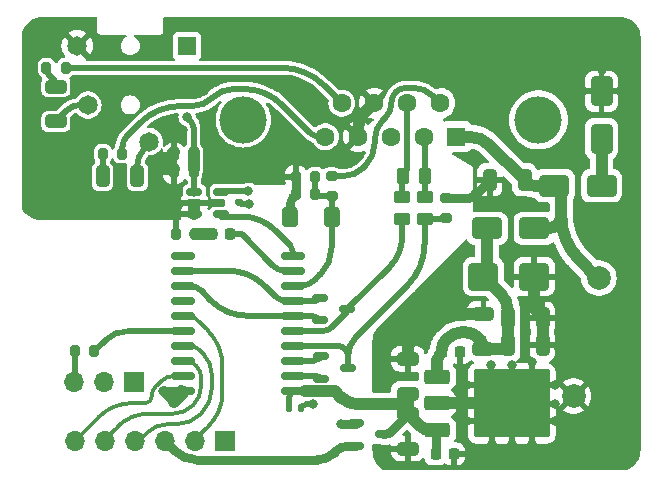
<source format=gbr>
%TF.GenerationSoftware,KiCad,Pcbnew,7.0.7-7.0.7~ubuntu22.04.1*%
%TF.CreationDate,2023-09-02T15:09:26-04:00*%
%TF.ProjectId,avclan-mockingboard-rounded,6176636c-616e-42d6-9d6f-636b696e6762,rev?*%
%TF.SameCoordinates,Original*%
%TF.FileFunction,Copper,L1,Top*%
%TF.FilePolarity,Positive*%
%FSLAX46Y46*%
G04 Gerber Fmt 4.6, Leading zero omitted, Abs format (unit mm)*
G04 Created by KiCad (PCBNEW 7.0.7-7.0.7~ubuntu22.04.1) date 2023-09-02 15:09:26*
%MOMM*%
%LPD*%
G01*
G04 APERTURE LIST*
G04 Aperture macros list*
%AMRoundRect*
0 Rectangle with rounded corners*
0 $1 Rounding radius*
0 $2 $3 $4 $5 $6 $7 $8 $9 X,Y pos of 4 corners*
0 Add a 4 corners polygon primitive as box body*
4,1,4,$2,$3,$4,$5,$6,$7,$8,$9,$2,$3,0*
0 Add four circle primitives for the rounded corners*
1,1,$1+$1,$2,$3*
1,1,$1+$1,$4,$5*
1,1,$1+$1,$6,$7*
1,1,$1+$1,$8,$9*
0 Add four rect primitives between the rounded corners*
20,1,$1+$1,$2,$3,$4,$5,0*
20,1,$1+$1,$4,$5,$6,$7,0*
20,1,$1+$1,$6,$7,$8,$9,0*
20,1,$1+$1,$8,$9,$2,$3,0*%
G04 Aperture macros list end*
%TA.AperFunction,SMDPad,CuDef*%
%ADD10RoundRect,0.200000X0.275000X-0.200000X0.275000X0.200000X-0.275000X0.200000X-0.275000X-0.200000X0*%
%TD*%
%TA.AperFunction,SMDPad,CuDef*%
%ADD11RoundRect,0.200000X0.200000X0.275000X-0.200000X0.275000X-0.200000X-0.275000X0.200000X-0.275000X0*%
%TD*%
%TA.AperFunction,SMDPad,CuDef*%
%ADD12RoundRect,0.250000X-0.325000X-0.650000X0.325000X-0.650000X0.325000X0.650000X-0.325000X0.650000X0*%
%TD*%
%TA.AperFunction,SMDPad,CuDef*%
%ADD13RoundRect,0.218750X-0.218750X-0.256250X0.218750X-0.256250X0.218750X0.256250X-0.218750X0.256250X0*%
%TD*%
%TA.AperFunction,SMDPad,CuDef*%
%ADD14RoundRect,0.225000X-0.225000X-0.250000X0.225000X-0.250000X0.225000X0.250000X-0.225000X0.250000X0*%
%TD*%
%TA.AperFunction,SMDPad,CuDef*%
%ADD15RoundRect,0.250000X0.450000X-0.262500X0.450000X0.262500X-0.450000X0.262500X-0.450000X-0.262500X0*%
%TD*%
%TA.AperFunction,SMDPad,CuDef*%
%ADD16RoundRect,0.250000X-1.000000X-0.900000X1.000000X-0.900000X1.000000X0.900000X-1.000000X0.900000X0*%
%TD*%
%TA.AperFunction,SMDPad,CuDef*%
%ADD17RoundRect,0.250000X-1.000000X-0.650000X1.000000X-0.650000X1.000000X0.650000X-1.000000X0.650000X0*%
%TD*%
%TA.AperFunction,ComponentPad*%
%ADD18C,2.000000*%
%TD*%
%TA.AperFunction,SMDPad,CuDef*%
%ADD19RoundRect,0.150000X-0.512500X-0.150000X0.512500X-0.150000X0.512500X0.150000X-0.512500X0.150000X0*%
%TD*%
%TA.AperFunction,SMDPad,CuDef*%
%ADD20RoundRect,0.140000X-0.170000X0.140000X-0.170000X-0.140000X0.170000X-0.140000X0.170000X0.140000X0*%
%TD*%
%TA.AperFunction,SMDPad,CuDef*%
%ADD21RoundRect,0.200000X-0.200000X-0.275000X0.200000X-0.275000X0.200000X0.275000X-0.200000X0.275000X0*%
%TD*%
%TA.AperFunction,SMDPad,CuDef*%
%ADD22RoundRect,0.250000X-0.850000X-0.350000X0.850000X-0.350000X0.850000X0.350000X-0.850000X0.350000X0*%
%TD*%
%TA.AperFunction,SMDPad,CuDef*%
%ADD23RoundRect,0.250000X-1.275000X-1.125000X1.275000X-1.125000X1.275000X1.125000X-1.275000X1.125000X0*%
%TD*%
%TA.AperFunction,SMDPad,CuDef*%
%ADD24RoundRect,0.249997X-2.950003X-2.650003X2.950003X-2.650003X2.950003X2.650003X-2.950003X2.650003X0*%
%TD*%
%TA.AperFunction,SMDPad,CuDef*%
%ADD25RoundRect,0.250000X0.325000X0.650000X-0.325000X0.650000X-0.325000X-0.650000X0.325000X-0.650000X0*%
%TD*%
%TA.AperFunction,SMDPad,CuDef*%
%ADD26RoundRect,0.250000X0.400000X0.600000X-0.400000X0.600000X-0.400000X-0.600000X0.400000X-0.600000X0*%
%TD*%
%TA.AperFunction,SMDPad,CuDef*%
%ADD27RoundRect,0.250000X-0.262500X-0.450000X0.262500X-0.450000X0.262500X0.450000X-0.262500X0.450000X0*%
%TD*%
%TA.AperFunction,SMDPad,CuDef*%
%ADD28RoundRect,0.140000X-0.140000X-0.170000X0.140000X-0.170000X0.140000X0.170000X-0.140000X0.170000X0*%
%TD*%
%TA.AperFunction,ComponentPad*%
%ADD29R,1.700000X1.700000*%
%TD*%
%TA.AperFunction,ComponentPad*%
%ADD30O,1.700000X1.700000*%
%TD*%
%TA.AperFunction,SMDPad,CuDef*%
%ADD31RoundRect,0.150000X0.875000X0.150000X-0.875000X0.150000X-0.875000X-0.150000X0.875000X-0.150000X0*%
%TD*%
%TA.AperFunction,ComponentPad*%
%ADD32R,1.650000X1.650000*%
%TD*%
%TA.AperFunction,ComponentPad*%
%ADD33C,1.650000*%
%TD*%
%TA.AperFunction,ComponentPad*%
%ADD34C,4.000000*%
%TD*%
%TA.AperFunction,ComponentPad*%
%ADD35R,1.600000X1.600000*%
%TD*%
%TA.AperFunction,ComponentPad*%
%ADD36C,1.600000*%
%TD*%
%TA.AperFunction,SMDPad,CuDef*%
%ADD37RoundRect,0.250000X0.650000X-0.325000X0.650000X0.325000X-0.650000X0.325000X-0.650000X-0.325000X0*%
%TD*%
%TA.AperFunction,SMDPad,CuDef*%
%ADD38RoundRect,0.250000X-0.650000X0.325000X-0.650000X-0.325000X0.650000X-0.325000X0.650000X0.325000X0*%
%TD*%
%TA.AperFunction,SMDPad,CuDef*%
%ADD39RoundRect,0.250000X-0.650000X1.000000X-0.650000X-1.000000X0.650000X-1.000000X0.650000X1.000000X0*%
%TD*%
%TA.AperFunction,ViaPad*%
%ADD40C,0.800000*%
%TD*%
%TA.AperFunction,Conductor*%
%ADD41C,0.500000*%
%TD*%
%TA.AperFunction,Conductor*%
%ADD42C,1.000000*%
%TD*%
%TA.AperFunction,Conductor*%
%ADD43C,0.300000*%
%TD*%
%TA.AperFunction,Conductor*%
%ADD44C,0.750000*%
%TD*%
G04 APERTURE END LIST*
D10*
%TO.P,R9,1*%
%TO.N,IGN_SENSE*%
X26550000Y-15425000D03*
%TO.P,R9,2*%
%TO.N,Net-(J2-IGN{slash}ACC)*%
X26550000Y-13775000D03*
%TD*%
D11*
%TO.P,R6,1*%
%TO.N,Net-(J1-S)*%
X14850000Y-11950331D03*
%TO.P,R6,2*%
%TO.N,GND*%
X13200000Y-11950331D03*
%TD*%
D12*
%TO.P,C3,1*%
%TO.N,/12V_CLEAN*%
X41450000Y-28100000D03*
%TO.P,C3,2*%
%TO.N,GND*%
X44400000Y-28100000D03*
%TD*%
D13*
%TO.P,D9,1,K*%
%TO.N,Net-(D9-K)*%
X16384118Y-18700000D03*
%TO.P,D9,2,A*%
%TO.N,/AC2 OUT*%
X17959118Y-18700000D03*
%TD*%
D14*
%TO.P,C5,1*%
%TO.N,/12V_CLEAN*%
X35900000Y-28700000D03*
%TO.P,C5,2*%
%TO.N,GND*%
X37450000Y-28700000D03*
%TD*%
D15*
%TO.P,R2,1*%
%TO.N,AVCLAN_TX-*%
X32512500Y-17400000D03*
%TO.P,R2,2*%
%TO.N,AVCLAN_BUS_TX-*%
X32512500Y-15575000D03*
%TD*%
D16*
%TO.P,D4,1,A1*%
%TO.N,/12V_CLEAN*%
X39400000Y-22300000D03*
%TO.P,D4,2,A2*%
%TO.N,GND*%
X43700000Y-22300000D03*
%TD*%
D17*
%TO.P,D2,1,K*%
%TO.N,/12V_CLEAN*%
X39700000Y-18200000D03*
%TO.P,D2,2,A*%
%TO.N,+12V*%
X43700000Y-18200000D03*
%TD*%
D18*
%TO.P,RV1,1*%
%TO.N,+12V*%
X49175000Y-22400000D03*
%TO.P,RV1,2*%
%TO.N,GND*%
X47025000Y-32400000D03*
%TD*%
D19*
%TO.P,D6,1,K*%
%TO.N,WOB*%
X25662500Y-29050000D03*
%TO.P,D6,2,K*%
%TO.N,WOA*%
X25662500Y-30950000D03*
%TO.P,D6,3,A*%
%TO.N,AVCLAN_TX+*%
X27937500Y-30000000D03*
%TD*%
D20*
%TO.P,C10,1*%
%TO.N,+5V*%
X18662500Y-15050000D03*
%TO.P,C10,2*%
%TO.N,GND*%
X18662500Y-16010000D03*
%TD*%
D21*
%TO.P,R7,1*%
%TO.N,GND*%
X23500000Y-15325000D03*
%TO.P,R7,2*%
%TO.N,IGN_SENSE*%
X25150000Y-15325000D03*
%TD*%
D22*
%TO.P,U1,1,Vin*%
%TO.N,/12V_CLEAN*%
X35500000Y-30745000D03*
%TO.P,U1,2,GND*%
%TO.N,GND*%
X35500000Y-33025000D03*
D23*
X40125000Y-31500000D03*
X40125000Y-34550000D03*
D24*
X41800000Y-33025000D03*
D23*
X43475000Y-31500000D03*
X43475000Y-34550000D03*
D22*
%TO.P,U1,3,Vout*%
%TO.N,+5V*%
X35500000Y-35305000D03*
%TD*%
D25*
%TO.P,C1,1*%
%TO.N,+12V*%
X42875000Y-14100000D03*
%TO.P,C1,2*%
%TO.N,GND*%
X39925000Y-14100000D03*
%TD*%
%TO.P,C11,1*%
%TO.N,AUDIO_R*%
X10100000Y-13800000D03*
%TO.P,C11,2*%
%TO.N,Net-(C11-Pad2)*%
X7150000Y-13800000D03*
%TD*%
D26*
%TO.P,D10,1,K*%
%TO.N,IGN_SENSE*%
X26550000Y-17250000D03*
%TO.P,D10,2,A*%
%TO.N,GND*%
X23050000Y-17250000D03*
%TD*%
D21*
%TO.P,R12,1*%
%TO.N,Net-(C11-Pad2)*%
X7175000Y-11900000D03*
%TO.P,R12,2*%
%TO.N,/AUDIO-R*%
X8825000Y-11900000D03*
%TD*%
D11*
%TO.P,R11,1*%
%TO.N,UPDI*%
X6450000Y-28600000D03*
%TO.P,R11,2*%
%TO.N,Net-(J3-Pin_3)*%
X4800000Y-28600000D03*
%TD*%
D27*
%TO.P,R3,1*%
%TO.N,AVCLAN_BUS_TX-*%
X32587500Y-13775000D03*
%TO.P,R3,2*%
%TO.N,AVCLAN_BUS_TX+*%
X34412500Y-13775000D03*
%TD*%
D28*
%TO.P,C9,1*%
%TO.N,+5V*%
X22968236Y-33385000D03*
%TO.P,C9,2*%
%TO.N,GND*%
X23928236Y-33385000D03*
%TD*%
D29*
%TO.P,J4,1,Pin_1*%
%TO.N,GND*%
X17500000Y-36200000D03*
D30*
%TO.P,J4,2,Pin_2*%
%TO.N,CTS*%
X14960000Y-36200000D03*
%TO.P,J4,3,Pin_3*%
%TO.N,SERIAL_PWR*%
X12420000Y-36200000D03*
%TO.P,J4,4,Pin_4*%
%TO.N,TxD*%
X9880000Y-36200000D03*
%TO.P,J4,5,Pin_5*%
%TO.N,RxD*%
X7340000Y-36200000D03*
%TO.P,J4,6,Pin_6*%
%TO.N,RTS*%
X4800000Y-36200000D03*
%TD*%
D19*
%TO.P,D8,1,A*%
%TO.N,UPDI_PWR*%
X28600000Y-34700000D03*
%TO.P,D8,2,K*%
%TO.N,SERIAL_PWR*%
X28600000Y-36600000D03*
%TO.P,D8,3,K*%
%TO.N,+5V*%
X30875000Y-35650000D03*
%TD*%
D31*
%TO.P,U2,1,VCC*%
%TO.N,+5V*%
X23278236Y-31950000D03*
%TO.P,U2,2,PA4*%
%TO.N,WOA*%
X23278236Y-30680000D03*
%TO.P,U2,3,PA5*%
%TO.N,WOB*%
X23278236Y-29410000D03*
%TO.P,U2,4,PA6*%
%TO.N,AVCLAN_TX+*%
X23278236Y-28140000D03*
%TO.P,U2,5,PA7*%
%TO.N,AVCLAN_TX-*%
X23278236Y-26870000D03*
%TO.P,U2,6,PB5*%
%TO.N,WOD*%
X23278236Y-25600000D03*
%TO.P,U2,7,PB4*%
%TO.N,WOC*%
X23278236Y-24330000D03*
%TO.P,U2,8,PB3*%
%TO.N,IGN_SENSE*%
X23278236Y-23060000D03*
%TO.P,U2,9,PB2*%
%TO.N,/AC2 OUT*%
X23278236Y-21790000D03*
%TO.P,U2,10,PB1*%
%TO.N,MIC_CONTROL*%
X23278236Y-20520000D03*
%TO.P,U2,11,PB0*%
%TO.N,unconnected-(U2-PB0-Pad11)*%
X13978236Y-20520000D03*
%TO.P,U2,12,PC0*%
%TO.N,WOC*%
X13978236Y-21790000D03*
%TO.P,U2,13,PC1*%
%TO.N,WOD*%
X13978236Y-23060000D03*
%TO.P,U2,14,PC2*%
%TO.N,unconnected-(U2-PC2-Pad14)*%
X13978236Y-24330000D03*
%TO.P,U2,15,PC3*%
%TO.N,CTS*%
X13978236Y-25600000D03*
%TO.P,U2,16,~{RESET}/PA0*%
%TO.N,UPDI*%
X13978236Y-26870000D03*
%TO.P,U2,17,PA1*%
%TO.N,TxD*%
X13978236Y-28140000D03*
%TO.P,U2,18,PA2*%
%TO.N,RxD*%
X13978236Y-29410000D03*
%TO.P,U2,19,PA3*%
%TO.N,RTS*%
X13978236Y-30680000D03*
%TO.P,U2,20,GND*%
%TO.N,GND*%
X13978236Y-31950000D03*
%TD*%
D11*
%TO.P,R13,1*%
%TO.N,/AUDIO-L*%
X4050000Y-4600000D03*
%TO.P,R13,2*%
%TO.N,Net-(C12-Pad2)*%
X2400000Y-4600000D03*
%TD*%
D17*
%TO.P,D1,1,K*%
%TO.N,+12V*%
X45400000Y-14600000D03*
%TO.P,D1,2,A*%
%TO.N,Net-(D1-A)*%
X49400000Y-14600000D03*
%TD*%
D32*
%TO.P,J1,1,S*%
%TO.N,Net-(J1-S)*%
X14300000Y-2750000D03*
D33*
%TO.P,J1,2,T*%
%TO.N,AUDIO_L*%
X5900000Y-7750000D03*
%TO.P,J1,3,R1*%
%TO.N,AUDIO_R*%
X11100000Y-10850000D03*
%TO.P,J1,4,R2*%
%TO.N,GND*%
X5000000Y-2750000D03*
%TD*%
D12*
%TO.P,C2,1*%
%TO.N,/12V_CLEAN*%
X41450000Y-25800000D03*
%TO.P,C2,2*%
%TO.N,GND*%
X44400000Y-25800000D03*
%TD*%
D19*
%TO.P,D7,1,K*%
%TO.N,WOC*%
X25600000Y-24100000D03*
%TO.P,D7,2,K*%
%TO.N,WOD*%
X25600000Y-26000000D03*
%TO.P,D7,3,A*%
%TO.N,AVCLAN_TX-*%
X27875000Y-25050000D03*
%TD*%
D34*
%TO.P,J2,0*%
%TO.N,N/C*%
X44055000Y-9020000D03*
X19055000Y-9020000D03*
D35*
%TO.P,J2,1,BAT*%
%TO.N,+12V*%
X37095000Y-10440000D03*
D36*
%TO.P,J2,2,BUS+*%
%TO.N,AVCLAN_BUS_TX+*%
X34325000Y-10440000D03*
%TO.P,J2,3,L+*%
%TO.N,GND*%
X31555000Y-10440000D03*
%TO.P,J2,4,R+*%
X28785000Y-10440000D03*
%TO.P,J2,5,GND*%
%TO.N,/AUDIO-R*%
X26015000Y-10440000D03*
%TO.P,J2,6,IGN/ACC*%
%TO.N,Net-(J2-IGN{slash}ACC)*%
X35710000Y-7600000D03*
%TO.P,J2,7,BUS-*%
%TO.N,AVCLAN_BUS_TX-*%
X32940000Y-7600000D03*
%TO.P,J2,8,L-*%
%TO.N,GND*%
X30170000Y-7600000D03*
%TO.P,J2,9,R-*%
%TO.N,/AUDIO-L*%
X27400000Y-7600000D03*
%TD*%
D37*
%TO.P,C7,1*%
%TO.N,+5V*%
X33000000Y-32200000D03*
%TO.P,C7,2*%
%TO.N,GND*%
X33000000Y-29250000D03*
%TD*%
D14*
%TO.P,C6,1*%
%TO.N,+5V*%
X35350000Y-37300000D03*
%TO.P,C6,2*%
%TO.N,GND*%
X36900000Y-37300000D03*
%TD*%
D10*
%TO.P,R4,1*%
%TO.N,AVCLAN_TX+*%
X36212500Y-17300000D03*
%TO.P,R4,2*%
%TO.N,GND*%
X36212500Y-15650000D03*
%TD*%
D19*
%TO.P,U3,1*%
%TO.N,Net-(J1-S)*%
X14925000Y-15100000D03*
%TO.P,U3,2*%
%TO.N,GND*%
X14925000Y-16050000D03*
%TO.P,U3,3,GND*%
X14925000Y-17000000D03*
%TO.P,U3,4*%
%TO.N,MIC_CONTROL*%
X17200000Y-17000000D03*
%TO.P,U3,5,VCC*%
%TO.N,+5V*%
X17200000Y-15100000D03*
%TD*%
D29*
%TO.P,J3,1,Pin_1*%
%TO.N,UPDI_PWR*%
X9850000Y-31200000D03*
D30*
%TO.P,J3,2,Pin_2*%
%TO.N,GND*%
X7310000Y-31200000D03*
%TO.P,J3,3,Pin_3*%
%TO.N,Net-(J3-Pin_3)*%
X4770000Y-31200000D03*
%TD*%
D11*
%TO.P,R10,1*%
%TO.N,Net-(D9-K)*%
X14984118Y-18700000D03*
%TO.P,R10,2*%
%TO.N,GND*%
X13334118Y-18700000D03*
%TD*%
%TO.P,R5,1*%
%TO.N,Net-(J1-S)*%
X14850000Y-13440331D03*
%TO.P,R5,2*%
%TO.N,GND*%
X13200000Y-13440331D03*
%TD*%
D38*
%TO.P,C8,1*%
%TO.N,+5V*%
X33000000Y-33900000D03*
%TO.P,C8,2*%
%TO.N,GND*%
X33000000Y-36850000D03*
%TD*%
D39*
%TO.P,D3,1,K*%
%TO.N,GND*%
X49395000Y-6609669D03*
%TO.P,D3,2,A*%
%TO.N,Net-(D1-A)*%
X49395000Y-10609669D03*
%TD*%
D37*
%TO.P,C12,1*%
%TO.N,AUDIO_L*%
X3200000Y-9150000D03*
%TO.P,C12,2*%
%TO.N,Net-(C12-Pad2)*%
X3200000Y-6200000D03*
%TD*%
D15*
%TO.P,R1,1*%
%TO.N,AVCLAN_TX+*%
X34412500Y-17400000D03*
%TO.P,R1,2*%
%TO.N,AVCLAN_BUS_TX+*%
X34412500Y-15575000D03*
%TD*%
D37*
%TO.P,C4,1*%
%TO.N,/12V_CLEAN*%
X39400000Y-28400000D03*
%TO.P,C4,2*%
%TO.N,GND*%
X39400000Y-25450000D03*
%TD*%
D21*
%TO.P,R8,1*%
%TO.N,GND*%
X23500000Y-13825000D03*
%TO.P,R8,2*%
%TO.N,IGN_SENSE*%
X25150000Y-13825000D03*
%TD*%
D40*
%TO.N,GND*%
X24500000Y-7300000D03*
X10250000Y-6100000D03*
X13950000Y-9850000D03*
X51500000Y-19500000D03*
X37750000Y-25500000D03*
X6000000Y-1000000D03*
X25000000Y-33100000D03*
X15500000Y-6050000D03*
X45500000Y-37500000D03*
X51500000Y-1500000D03*
X51500000Y-28500000D03*
X12300000Y-32000000D03*
X19537500Y-16150000D03*
X13200000Y-32900000D03*
X12400000Y-12700000D03*
X51500000Y-10500000D03*
X45750000Y-28250000D03*
X26000000Y-12500000D03*
X47000000Y-12250000D03*
X47800000Y-6600000D03*
X41800000Y-36500000D03*
X38250000Y-37500000D03*
X41775000Y-29800000D03*
X6200000Y-10300000D03*
X45475000Y-33100000D03*
X1500000Y-9000000D03*
X44500000Y-1000000D03*
X37500000Y-8500000D03*
X45750000Y-25750000D03*
X37000000Y-1000000D03*
X43500000Y-36500000D03*
X30800000Y-37500000D03*
X37675000Y-33050000D03*
X30000000Y-1000000D03*
X45475000Y-34550000D03*
X45475000Y-31450000D03*
X49400000Y-4800000D03*
X1500000Y-16500000D03*
X33000000Y-28000000D03*
X13000000Y-1000000D03*
X20000000Y-1000000D03*
X51000000Y-6600000D03*
X40100000Y-36500000D03*
X37250000Y-20500000D03*
X13500000Y-16300000D03*
X37975000Y-34550000D03*
X30600000Y-31400000D03*
X51500000Y-37500000D03*
X1500000Y-1500000D03*
X18000000Y-12500000D03*
X31000000Y-27200000D03*
X38700000Y-15300000D03*
X40075000Y-29800000D03*
X37975000Y-31450000D03*
X43475000Y-29550000D03*
%TO.N,+5V*%
X26800000Y-31950000D03*
X19500000Y-15050000D03*
%TO.N,UPDI_PWR*%
X27300000Y-34750000D03*
%TO.N,Net-(J1-S)*%
X14300000Y-8800000D03*
%TD*%
D41*
%TO.N,Net-(J1-S)*%
X14874999Y-13465332D02*
G75*
G03*
X14825001Y-13465332I-24999J-24997D01*
G01*
X14850018Y-9738055D02*
G75*
G03*
X14575250Y-9074750I-938118J-45D01*
G01*
X14300699Y-8800150D02*
G75*
G03*
X14300250Y-8800000I-399J-450D01*
G01*
X14925035Y-13568364D02*
G75*
G03*
X14887500Y-13477831I-128035J-36D01*
G01*
%TO.N,Net-(C12-Pad2)*%
X3200012Y-6000000D02*
G75*
G03*
X3058578Y-5658578I-482812J0D01*
G01*
X2399988Y-4800000D02*
G75*
G03*
X2541421Y-5141421I482812J0D01*
G01*
%TO.N,Net-(C11-Pad2)*%
X7162507Y-11912507D02*
G75*
G03*
X7150000Y-11942677I30193J-30193D01*
G01*
%TO.N,/AUDIO-R*%
X14724695Y-7849997D02*
G75*
G03*
X16474999Y-7124999I5J2475297D01*
G01*
X9222746Y-10377251D02*
G75*
G03*
X8825000Y-11337500I960254J-960249D01*
G01*
X18225304Y-6400003D02*
G75*
G03*
X16475001Y-7125001I-4J-2475297D01*
G01*
X22343501Y-7743503D02*
G75*
G03*
X19100000Y-6400000I-3243501J-3243497D01*
G01*
X24695291Y-10095279D02*
G75*
G03*
X25527500Y-10440000I832209J832179D01*
G01*
X13750000Y-7849992D02*
G75*
G03*
X10335786Y-9264213I0J-4828408D01*
G01*
%TO.N,/AUDIO-L*%
X25900006Y-6099994D02*
G75*
G03*
X22278679Y-4600000I-3621306J-3621306D01*
G01*
%TO.N,AUDIO_L*%
X5250000Y-7749988D02*
G75*
G03*
X4140380Y-8209619I0J-1569212D01*
G01*
D42*
X5868180Y-7749991D02*
G75*
G03*
X5922499Y-7727499I20J76791D01*
G01*
X5922506Y-7727506D02*
G75*
G03*
X5945000Y-7673180I-54306J54306D01*
G01*
D41*
%TO.N,AUDIO_R*%
X11011616Y-11188393D02*
G75*
G03*
X11100000Y-10975000I-213416J213393D01*
G01*
X10599998Y-11599998D02*
G75*
G03*
X10100000Y-12807106I1207102J-1207102D01*
G01*
D42*
%TO.N,Net-(D1-A)*%
X49395015Y-14591464D02*
G75*
G03*
X49397500Y-14597500I8485J-36D01*
G01*
D43*
%TO.N,RxD*%
X11027350Y-33900020D02*
G75*
G03*
X8419999Y-34979999I-50J-3687280D01*
G01*
X14799985Y-33199985D02*
G75*
G03*
X15500000Y-31510050I-1689985J1689985D01*
G01*
X15500012Y-30843969D02*
G75*
G03*
X15080000Y-29830000I-1434012J-31D01*
G01*
X7389496Y-36010501D02*
G75*
G03*
X7340000Y-36130000I119504J-119499D01*
G01*
X13110050Y-33900020D02*
G75*
G03*
X14799999Y-33199999I-50J2390020D01*
G01*
X14901038Y-29651040D02*
G75*
G03*
X14319118Y-29410000I-581938J-581960D01*
G01*
%TO.N,TxD*%
X15499998Y-33899998D02*
G75*
G03*
X16400000Y-31727207I-2172798J2172798D01*
G01*
X15347702Y-28497722D02*
G75*
G03*
X14484118Y-28140000I-863602J-863578D01*
G01*
X13327207Y-34800003D02*
G75*
G03*
X15500000Y-33900000I-7J3072803D01*
G01*
X16399991Y-30547020D02*
G75*
G03*
X15695000Y-28845000I-2406991J20D01*
G01*
X12589949Y-34800020D02*
G75*
G03*
X10900000Y-35500000I-49J-2389880D01*
G01*
X10040000Y-36199991D02*
G75*
G03*
X10313136Y-36086861I0J386291D01*
G01*
%TO.N,RTS*%
X10769669Y-33000000D02*
G75*
G03*
X11300000Y-32469669I31J530300D01*
G01*
X13268787Y-30680002D02*
G75*
G03*
X12057682Y-31181655I13J-1712798D01*
G01*
X9650000Y-33000014D02*
G75*
G03*
X6833274Y-34166727I0J-3983486D01*
G01*
X11675022Y-31564360D02*
G75*
G03*
X11300000Y-32469669I905278J-905340D01*
G01*
%TO.N,CTS*%
X16130009Y-34930009D02*
G75*
G03*
X17300000Y-32105370I-2824609J2824609D01*
G01*
X17300013Y-29867766D02*
G75*
G03*
X16050000Y-26850000I-4267813J-34D01*
G01*
X15090537Y-25890537D02*
G75*
G03*
X14389118Y-25600000I-701437J-701463D01*
G01*
X14995358Y-36064647D02*
G75*
G03*
X14960000Y-36150000I85342J-85353D01*
G01*
D41*
%TO.N,/AC2 OUT*%
X21534538Y-21334540D02*
G75*
G03*
X22634118Y-21790000I1099562J1099540D01*
G01*
X18920888Y-18720914D02*
G75*
G03*
X18870441Y-18700000I-50488J-50486D01*
G01*
X18870441Y-18700000D02*
X18811323Y-18700000D01*
D44*
%TO.N,UPDI_PWR*%
X28514644Y-34750018D02*
G75*
G03*
X28575000Y-34725000I-44J85418D01*
G01*
%TO.N,SERIAL_PWR*%
X13220009Y-36999991D02*
G75*
G03*
X15151370Y-37800000I1931391J1931391D01*
G01*
X25336827Y-37800009D02*
G75*
G03*
X26724998Y-37224998I-27J1963209D01*
G01*
X27925000Y-36650005D02*
G75*
G03*
X26858059Y-37091942I0J-1508895D01*
G01*
X28514644Y-36650018D02*
G75*
G03*
X28575000Y-36625000I-44J85418D01*
G01*
D41*
%TO.N,WOC*%
X21724016Y-23924058D02*
G75*
G03*
X22704118Y-24330000I980084J980158D01*
G01*
X25207365Y-24329985D02*
G75*
G03*
X25485000Y-24215000I35J392585D01*
G01*
X20859986Y-23060014D02*
G75*
G03*
X17793948Y-21790000I-3066086J-3066086D01*
G01*
%TO.N,WOD*%
X15442451Y-23442471D02*
G75*
G03*
X14519118Y-23060000I-923351J-923329D01*
G01*
X16330014Y-24329986D02*
G75*
G03*
X19396051Y-25600000I3066086J3066086D01*
G01*
X25400013Y-25799987D02*
G75*
G03*
X24917157Y-25600000I-482813J-482813D01*
G01*
%TO.N,WOB*%
X25047941Y-29410017D02*
G75*
G03*
X25482500Y-29230000I-41J614617D01*
G01*
%TO.N,WOA*%
X25527506Y-30814994D02*
G75*
G03*
X25201581Y-30680000I-325906J-325906D01*
G01*
%TO.N,MIC_CONTROL*%
X21802089Y-18402073D02*
G75*
G03*
X18900000Y-17200000I-2902089J-2902127D01*
G01*
X23278235Y-20199118D02*
G75*
G03*
X23051338Y-19651338I-774635J18D01*
G01*
%TO.N,UPDI*%
X9403294Y-26869998D02*
G75*
G03*
X7315000Y-27735000I6J-2953302D01*
G01*
D42*
%TO.N,+5V*%
X27375008Y-32524992D02*
G75*
G03*
X28763172Y-33100000I1388192J1388192D01*
G01*
D41*
X23123243Y-32105007D02*
G75*
G03*
X22968236Y-32479203I374157J-374193D01*
G01*
D42*
X35496466Y-35304914D02*
G75*
G03*
X35497500Y-35302500I34J1414D01*
G01*
D44*
X35497561Y-35307561D02*
G75*
G03*
X35496464Y-35305000I-1061J1061D01*
G01*
D42*
X35497500Y-35307500D02*
G75*
G03*
X35497500Y-35302500I-2500J2500D01*
G01*
D41*
X23497439Y-31950027D02*
G75*
G03*
X23123236Y-32105000I-39J-529173D01*
G01*
X17285355Y-15049982D02*
G75*
G03*
X17225000Y-15075000I45J-85418D01*
G01*
D44*
X35425010Y-35380010D02*
G75*
G03*
X35350000Y-35561066I181090J-181090D01*
G01*
X31062500Y-35649989D02*
G75*
G03*
X31382582Y-35517417I0J452689D01*
G01*
D42*
X34017855Y-34917863D02*
G75*
G03*
X34952500Y-35305000I934645J934663D01*
G01*
X25950000Y-31950000D02*
X24250000Y-31950000D01*
D41*
%TO.N,Net-(J2-IGN{slash}ACC)*%
X29362501Y-12937501D02*
G75*
G03*
X30200000Y-10915596I-2021901J2021901D01*
G01*
X30899986Y-8999986D02*
G75*
G03*
X30200000Y-10689949I1689914J-1689914D01*
G01*
X31153162Y-8746863D02*
G75*
G03*
X31600000Y-7668058I-1078762J1078763D01*
G01*
X31968050Y-6668050D02*
G75*
G03*
X31600000Y-7556630I888550J-888550D01*
G01*
X32856630Y-6300012D02*
G75*
G03*
X31968058Y-6668058I-30J-1256588D01*
G01*
X27537500Y-13775009D02*
G75*
G03*
X29223266Y-13076731I0J2384009D01*
G01*
X35060011Y-6949989D02*
G75*
G03*
X33490761Y-6300000I-1569211J-1569211D01*
G01*
D42*
%TO.N,/12V_CLEAN*%
X35699987Y-28899987D02*
G75*
G03*
X35500000Y-29382842I482813J-482813D01*
G01*
X38949999Y-27450001D02*
G75*
G03*
X37863603Y-27000000I-1086399J-1086399D01*
G01*
X39550000Y-22150000D02*
G75*
G03*
X39550000Y-22450000I150000J-150000D01*
G01*
X41450001Y-25075000D02*
G75*
G03*
X40937347Y-23837347I-1750301J0D01*
G01*
X39400000Y-28150000D02*
G75*
G03*
X39650000Y-28400000I250000J0D01*
G01*
X40937867Y-28399986D02*
G75*
G03*
X41299999Y-28249999I33J512086D01*
G01*
X39550009Y-22150009D02*
G75*
G03*
X39700000Y-21787867I-362109J362109D01*
G01*
X36147482Y-27752507D02*
G75*
G03*
X35900000Y-28350000I597518J-597493D01*
G01*
X35700033Y-28900033D02*
G75*
G03*
X35900000Y-28417157I-482933J482833D01*
G01*
X41300009Y-28250009D02*
G75*
G03*
X41450000Y-27887867I-362109J362109D01*
G01*
X39399986Y-28150000D02*
G75*
G03*
X39223223Y-27723223I-603586J0D01*
G01*
X37607106Y-27000003D02*
G75*
G03*
X36400000Y-27500000I-6J-1707097D01*
G01*
D41*
%TO.N,IGN_SENSE*%
X25199997Y-15375003D02*
G75*
G03*
X25320710Y-15425000I120703J120703D01*
G01*
X23959118Y-23060010D02*
G75*
G03*
X25121456Y-22578543I-18J1643810D01*
G01*
X25150005Y-15254289D02*
G75*
G03*
X25200000Y-15375000I170695J-11D01*
G01*
X25594992Y-22104992D02*
G75*
G03*
X26550000Y-19799426I-2305592J2305592D01*
G01*
%TO.N,AVCLAN_BUS_TX-*%
X32763737Y-13598737D02*
G75*
G03*
X32940000Y-13173244I-425537J425537D01*
G01*
X32549990Y-13812490D02*
G75*
G03*
X32512500Y-13903033I90510J-90510D01*
G01*
X32625000Y-13737500D02*
X32550000Y-13812500D01*
%TO.N,AVCLAN_TX-*%
X25888776Y-26869984D02*
G75*
G03*
X26490102Y-26620923I24J850384D01*
G01*
X27809232Y-25301801D02*
G75*
G03*
X27875000Y-25143014I-158832J158801D01*
G01*
X27940754Y-24984213D02*
G75*
G03*
X27875000Y-25143014I158846J-158787D01*
G01*
X31447394Y-21477553D02*
G75*
G03*
X32512500Y-18906250I-2571294J2571353D01*
G01*
%TO.N,AVCLAN_BUS_TX+*%
X34412511Y-10589371D02*
G75*
G03*
X34368750Y-10483750I-149411J-29D01*
G01*
%TO.N,AVCLAN_TX+*%
X36041789Y-17399995D02*
G75*
G03*
X36162500Y-17350000I11J170695D01*
G01*
X32931979Y-23067988D02*
G75*
G03*
X34412500Y-19493750I-3574279J3574288D01*
G01*
X27937500Y-29070000D02*
G75*
G03*
X27007500Y-28140000I-930000J0D01*
G01*
X28622478Y-27377459D02*
G75*
G03*
X27937500Y-29031250I1653822J-1653741D01*
G01*
%TO.N,GND*%
X43492677Y-34549947D02*
G75*
G03*
X43487501Y-34562499I23J-7353D01*
G01*
D44*
X12385355Y-31949982D02*
G75*
G03*
X12325000Y-31975000I45J-85418D01*
G01*
X38691166Y-15333843D02*
G75*
G03*
X38700000Y-15312500I-21366J21343D01*
G01*
D41*
X13459129Y-17125011D02*
G75*
G03*
X13334118Y-17426776I301771J-301789D01*
G01*
D42*
X37717677Y-33024991D02*
G75*
G03*
X37687500Y-33037500I23J-42709D01*
G01*
D41*
X43500009Y-34592677D02*
G75*
G03*
X43487500Y-34562500I-42709J-23D01*
G01*
D42*
X44400010Y-26294974D02*
G75*
G03*
X44050000Y-25450000I-1195010J-26D01*
G01*
X37724987Y-25475013D02*
G75*
G03*
X37664644Y-25450000I-60387J-60387D01*
G01*
D44*
X38145190Y-15649995D02*
G75*
G03*
X38537499Y-15487499I10J554795D01*
G01*
D41*
X41774991Y-32982322D02*
G75*
G03*
X41787500Y-33012500I42709J22D01*
G01*
X41837490Y-33062510D02*
G75*
G03*
X41928033Y-33100000I90510J90510D01*
G01*
D42*
X43699990Y-24605025D02*
G75*
G03*
X44050000Y-25450000I1195010J25D01*
G01*
D41*
X37450013Y-30553768D02*
G75*
G03*
X37712500Y-31187500I896187J-32D01*
G01*
D42*
X13978300Y-32035882D02*
G75*
G03*
X13892354Y-31950000I-85900J-18D01*
G01*
X37474924Y-25474924D02*
G75*
G03*
X37464644Y-25450000I-10324J10324D01*
G01*
X37535355Y-25449982D02*
G75*
G03*
X37475000Y-25475000I45J-85418D01*
G01*
X37662493Y-33037507D02*
G75*
G03*
X37632322Y-33025000I-30193J-30193D01*
G01*
D44*
X38712500Y-15299992D02*
G75*
G03*
X38733837Y-15291160I0J30192D01*
G01*
D41*
X18732501Y-16079999D02*
G75*
G03*
X18901494Y-16150000I168999J168999D01*
G01*
D42*
X36575000Y-25449986D02*
G75*
G03*
X34995926Y-26104073I0J-2233114D01*
G01*
X33050000Y-28000002D02*
G75*
G03*
X33135355Y-27964644I0J120702D01*
G01*
D41*
X13760894Y-17000004D02*
G75*
G03*
X13459119Y-17125001I6J-426796D01*
G01*
X40112462Y-34562462D02*
G75*
G03*
X40107322Y-34550000I-5162J5162D01*
G01*
D42*
X13917517Y-32182500D02*
G75*
G03*
X13978236Y-32035882I-146617J146600D01*
G01*
X29299429Y-8470588D02*
G75*
G03*
X28785000Y-9712500I1241871J-1241912D01*
G01*
X33000000Y-28100000D02*
G75*
G02*
X33000000Y-28100000I0J0D01*
G01*
X33000000Y-28100000D02*
G75*
G02*
X33000000Y-28100000I0J0D01*
G01*
D41*
X40039644Y-31450000D02*
G75*
G03*
X40075000Y-31414644I-44J35400D01*
G01*
X40099987Y-31475013D02*
G75*
G03*
X40039644Y-31450000I-60387J-60387D01*
G01*
X40074982Y-31414644D02*
G75*
G03*
X40100000Y-31475000I85418J44D01*
G01*
X43560355Y-31449982D02*
G75*
G03*
X43500000Y-31475000I45J-85418D01*
G01*
D42*
X37835355Y-25449982D02*
G75*
G03*
X37775000Y-25475000I45J-85418D01*
G01*
X41782322Y-33025053D02*
G75*
G03*
X41787499Y-33012501I-22J7353D01*
G01*
D41*
X41800000Y-33042677D02*
G75*
G03*
X41782322Y-33025000I-17700J-23D01*
G01*
D42*
X41812462Y-33037538D02*
G75*
G03*
X41800000Y-33042677I-5162J-5162D01*
G01*
D41*
X41812500Y-33037500D02*
G75*
G02*
X41812500Y-33037500I0J0D01*
G01*
X24414761Y-33099966D02*
G75*
G03*
X24070737Y-33242501I39J-486534D01*
G01*
D44*
X23275001Y-15550001D02*
G75*
G03*
X23050000Y-16093198I543199J-543199D01*
G01*
D41*
X43474893Y-31464644D02*
G75*
G03*
X43499999Y-31474999I14707J44D01*
G01*
X40112507Y-34562507D02*
G75*
G03*
X40100000Y-34592677I30193J-30193D01*
G01*
D42*
X37464644Y-25450000D02*
X37535355Y-25450000D01*
X33000000Y-28100000D02*
X33000000Y-28100000D01*
D41*
X41787500Y-33012500D02*
X41812500Y-33037500D01*
D42*
%TO.N,+12V*%
X39964540Y-11189526D02*
G75*
G03*
X38155000Y-10440000I-1809540J-1809574D01*
G01*
X43125014Y-14349986D02*
G75*
G03*
X43728553Y-14600000I603586J603586D01*
G01*
X46000014Y-15624264D02*
G75*
G03*
X45699999Y-14900001I-1024314J-36D01*
G01*
X46000000Y-15624264D02*
G75*
G02*
X46000000Y-15624264I0J0D01*
G01*
X46000014Y-15624264D02*
G75*
G03*
X45699999Y-14900001I-1024314J-36D01*
G01*
X44850000Y-18200000D02*
G75*
G03*
X46000000Y-17050000I0J1150000D01*
G01*
X45699989Y-14900011D02*
G75*
G03*
X44975735Y-14600000I-724289J-724289D01*
G01*
X49039646Y-22364642D02*
G75*
G03*
X49125000Y-22400000I85354J85342D01*
G01*
X45999996Y-17262500D02*
G75*
G03*
X47458407Y-20783407I4979304J0D01*
G01*
X42625000Y-13850000D02*
X43125000Y-14350000D01*
X38155000Y-10440000D02*
X37095000Y-10440000D01*
X49125000Y-22400000D02*
X49175000Y-22400000D01*
X43728553Y-14600000D02*
X44975735Y-14600000D01*
X49039644Y-22364644D02*
X47458407Y-20783407D01*
X46000000Y-15624264D02*
X46000000Y-17050000D01*
X46000000Y-15624264D02*
X46000000Y-17262500D01*
X44850000Y-18200000D02*
X43700000Y-18200000D01*
X39964533Y-11189533D02*
X42625000Y-13850000D01*
%TO.N,GND*%
X14925000Y-17000000D02*
X14925000Y-16300000D01*
D41*
X40100000Y-31475000D02*
X40125000Y-31500000D01*
D42*
X13200000Y-32900000D02*
X13917508Y-32182491D01*
X33050000Y-28000000D02*
X33000000Y-28000000D01*
D41*
X41837500Y-33062500D02*
X41812500Y-33037500D01*
X41775000Y-32982322D02*
X41775000Y-29800000D01*
X43492677Y-34550000D02*
X45475000Y-34550000D01*
D44*
X12325000Y-31975000D02*
X12300000Y-32000000D01*
X38700000Y-15312500D02*
X38700000Y-15300000D01*
D42*
X37664644Y-25450000D02*
X37535355Y-25450000D01*
X33000000Y-28100000D02*
X33000000Y-29250000D01*
X37464644Y-25450000D02*
X36575000Y-25450000D01*
X12400000Y-12700000D02*
X13200000Y-11710000D01*
X37835355Y-25450000D02*
X39400000Y-25450000D01*
X37775000Y-25475000D02*
X37750000Y-25500000D01*
D41*
X37975000Y-34550000D02*
X40107322Y-34550000D01*
X40075000Y-31414644D02*
X40075000Y-29800000D01*
D42*
X37687500Y-33037500D02*
X37675000Y-33050000D01*
D44*
X23500000Y-15325000D02*
X23500000Y-13825000D01*
D42*
X43700000Y-24605025D02*
X43700000Y-22300000D01*
D44*
X23275000Y-15550000D02*
X23500000Y-15325000D01*
D41*
X18732500Y-16080000D02*
X18662500Y-16010000D01*
X43500000Y-34592677D02*
X43500000Y-36500000D01*
D44*
X38712500Y-15300000D02*
X38700000Y-15300000D01*
D42*
X37475000Y-25475000D02*
X37450000Y-25500000D01*
X37725000Y-25475000D02*
X37750000Y-25500000D01*
D41*
X13334118Y-17426776D02*
X13334118Y-18700000D01*
D44*
X23050000Y-16093198D02*
X23050000Y-17250000D01*
D42*
X29299420Y-8470579D02*
X30170000Y-7600000D01*
D44*
X12300000Y-32000000D02*
X13200000Y-32900000D01*
X38691161Y-15333838D02*
X38537500Y-15487500D01*
D41*
X18901494Y-16150000D02*
X19537500Y-16150000D01*
D44*
X38145190Y-15650000D02*
X36212500Y-15650000D01*
D41*
X13200000Y-13440331D02*
X13200000Y-11950331D01*
D44*
X12385355Y-31950000D02*
X13892354Y-31950000D01*
D41*
X37450000Y-30553768D02*
X37450000Y-28700000D01*
D44*
X38733838Y-15291161D02*
X39925000Y-14100000D01*
D42*
X37717677Y-33025000D02*
X41782322Y-33025000D01*
D41*
X24070736Y-33242500D02*
X23928236Y-33385000D01*
X43475000Y-29550000D02*
X43475000Y-31464644D01*
X37975000Y-31450000D02*
X40039644Y-31450000D01*
X40100000Y-36500000D02*
X40100000Y-34592677D01*
D42*
X44400000Y-26294974D02*
X44400000Y-28100000D01*
D41*
X25000000Y-33100000D02*
X24414761Y-33100000D01*
X41928033Y-33100000D02*
X45475000Y-33100000D01*
D42*
X12400000Y-12700000D02*
X13200000Y-13200000D01*
D41*
X14925000Y-17000000D02*
X13760894Y-17000000D01*
D42*
X34995926Y-26104073D02*
X33135355Y-27964644D01*
D41*
X43560355Y-31450000D02*
X45475000Y-31450000D01*
X37975000Y-31450000D02*
X37712500Y-31187500D01*
D42*
X28785000Y-9712500D02*
X28785000Y-10440000D01*
X37662500Y-33037500D02*
X37675000Y-33050000D01*
X33000000Y-28100000D02*
X33000000Y-28000000D01*
X41812500Y-33037500D02*
X42900000Y-34125000D01*
D41*
X41800000Y-33042677D02*
X41800000Y-36500000D01*
D42*
X37632322Y-33025000D02*
X35500000Y-33025000D01*
D41*
%TO.N,AVCLAN_TX+*%
X32931995Y-23068004D02*
X28622509Y-27377490D01*
X27937500Y-30000000D02*
X27937500Y-29031250D01*
X34412500Y-19493750D02*
X34412500Y-17400000D01*
X27007500Y-28140000D02*
X23278236Y-28140000D01*
X27937500Y-29070000D02*
X27937500Y-30000000D01*
X36041789Y-17400000D02*
X34412500Y-17400000D01*
X36162500Y-17350000D02*
X36212500Y-17300000D01*
%TO.N,AVCLAN_BUS_TX+*%
X34412500Y-13775000D02*
X34412500Y-15575000D01*
X34368750Y-10483750D02*
X34325000Y-10440000D01*
X34412500Y-10589371D02*
X34412500Y-13775000D01*
%TO.N,AVCLAN_TX-*%
X25888776Y-26870000D02*
X23278236Y-26870000D01*
X32512500Y-18906250D02*
X32512500Y-17400000D01*
X26490102Y-26620923D02*
X27809229Y-25301798D01*
X27940770Y-24984229D02*
X31447420Y-21477579D01*
%TO.N,AVCLAN_BUS_TX-*%
X32940000Y-13173244D02*
X32940000Y-7600000D01*
X32625000Y-13737500D02*
X32763750Y-13598750D01*
X32512500Y-13903033D02*
X32512500Y-15575000D01*
%TO.N,IGN_SENSE*%
X26550000Y-15425000D02*
X25320710Y-15425000D01*
X25121456Y-22578543D02*
X25595000Y-22105000D01*
X26550000Y-17250000D02*
X26550000Y-19799426D01*
X25150000Y-15254289D02*
X25150000Y-13825000D01*
X26550000Y-15425000D02*
X26550000Y-17250000D01*
X23959118Y-23060000D02*
X23278236Y-23060000D01*
D42*
%TO.N,/12V_CLEAN*%
X35500000Y-29382842D02*
X35500000Y-30745000D01*
X41450000Y-25075000D02*
X41450000Y-25800000D01*
X39650000Y-28400000D02*
X40937867Y-28400000D01*
X41450000Y-25800000D02*
X41450000Y-27887867D01*
X39550000Y-22450000D02*
X40937347Y-23837347D01*
X35900000Y-28350000D02*
X35900000Y-28417157D01*
X36147487Y-27752512D02*
X36400000Y-27500000D01*
X38950000Y-27450000D02*
X39223223Y-27723223D01*
X39700000Y-21787867D02*
X39700000Y-18200000D01*
X37863603Y-27000000D02*
X37607106Y-27000000D01*
D41*
%TO.N,Net-(J2-IGN{slash}ACC)*%
X27537500Y-13775000D02*
X26550000Y-13775000D01*
X29362499Y-12937499D02*
X29223267Y-13076732D01*
X31600000Y-7668058D02*
X31600000Y-7556630D01*
X30200000Y-10915596D02*
X30200000Y-10689949D01*
X30899999Y-8999999D02*
X31153149Y-8746850D01*
X35060000Y-6950000D02*
X35710000Y-7600000D01*
X32856630Y-6300000D02*
X33490761Y-6300000D01*
D42*
%TO.N,Net-(D9-K)*%
X14984118Y-18700000D02*
X16384118Y-18700000D01*
D41*
%TO.N,+5V*%
X23497439Y-31950000D02*
X24250000Y-31950000D01*
D44*
X35497500Y-35307500D02*
X35425000Y-35380000D01*
D41*
X17285355Y-15050000D02*
X19500000Y-15050000D01*
D44*
X35350000Y-35561066D02*
X35350000Y-37300000D01*
D42*
X26800000Y-31950000D02*
X25950000Y-31950000D01*
X35496464Y-35305000D02*
X34952500Y-35305000D01*
D44*
X31062500Y-35650000D02*
X30875000Y-35650000D01*
X33000000Y-33900000D02*
X31382582Y-35517417D01*
D42*
X35497500Y-35302500D02*
X35495000Y-35300000D01*
X28763172Y-33100000D02*
X33000000Y-33100000D01*
X32500000Y-33100000D02*
X32500000Y-33100000D01*
X27375000Y-32525000D02*
X26800000Y-31950000D01*
D41*
X17225000Y-15075000D02*
X17200000Y-15100000D01*
D42*
X33000000Y-33900000D02*
X33000000Y-32200000D01*
X33000000Y-33900000D02*
X34017859Y-34917859D01*
D41*
X22968236Y-32479203D02*
X22968236Y-33385000D01*
%TO.N,UPDI*%
X9403294Y-26870000D02*
X13978236Y-26870000D01*
X7315000Y-27735000D02*
X6450000Y-28600000D01*
%TO.N,Net-(J3-Pin_3)*%
X4800000Y-28600000D02*
X4800000Y-31170000D01*
X4800000Y-30400000D02*
X4770000Y-30430000D01*
%TO.N,MIC_CONTROL*%
X23278236Y-20199118D02*
X23278236Y-20520000D01*
X18900000Y-17200000D02*
X17200000Y-17200000D01*
X21802081Y-18402081D02*
X23051338Y-19651338D01*
%TO.N,WOA*%
X25527500Y-30815000D02*
X25662500Y-30950000D01*
X25201581Y-30680000D02*
X23278236Y-30680000D01*
%TO.N,WOB*%
X25482500Y-29230000D02*
X25662500Y-29050000D01*
X25047941Y-29410000D02*
X23278236Y-29410000D01*
%TO.N,WOD*%
X23278236Y-25600000D02*
X24917157Y-25600000D01*
X25400000Y-25800000D02*
X25600000Y-26000000D01*
X14519118Y-23060000D02*
X13978236Y-23060000D01*
X19396051Y-25600000D02*
X23278236Y-25600000D01*
X15442461Y-23442461D02*
X16330000Y-24330000D01*
%TO.N,WOC*%
X17793948Y-21790000D02*
X13978236Y-21790000D01*
X22704118Y-24330000D02*
X23278236Y-24330000D01*
X21724037Y-23924037D02*
X20860000Y-23060000D01*
X25485000Y-24215000D02*
X25600000Y-24100000D01*
X23278236Y-24330000D02*
X25207365Y-24330000D01*
D44*
%TO.N,SERIAL_PWR*%
X15151370Y-37800000D02*
X25336827Y-37800000D01*
X28575000Y-36625000D02*
X28600000Y-36600000D01*
X26724999Y-37224999D02*
X26858058Y-37091941D01*
X27925000Y-36650000D02*
X28514644Y-36650000D01*
X13220000Y-37000000D02*
X12420000Y-36200000D01*
%TO.N,UPDI_PWR*%
X28575000Y-34725000D02*
X28600000Y-34700000D01*
X27300000Y-34750000D02*
X28514644Y-34750000D01*
D41*
%TO.N,/AC2 OUT*%
X22634118Y-21790000D02*
X23278236Y-21790000D01*
X18811323Y-18700000D02*
X17959118Y-18700000D01*
X21534539Y-21334539D02*
X18920901Y-18720901D01*
D43*
%TO.N,CTS*%
X17300000Y-32105370D02*
X17300000Y-29867766D01*
X16129999Y-34929999D02*
X14995355Y-36064644D01*
X16050000Y-26850000D02*
X15090537Y-25890537D01*
X14960000Y-36150000D02*
X14960000Y-36200000D01*
X14389118Y-25600000D02*
X13978236Y-25600000D01*
%TO.N,RTS*%
X10769669Y-33000000D02*
X9650000Y-33000000D01*
X13268787Y-30680000D02*
X13978236Y-30680000D01*
X12057682Y-31181655D02*
X11675000Y-31564338D01*
X6833273Y-34166726D02*
X4800000Y-36200000D01*
%TO.N,TxD*%
X10899999Y-35499999D02*
X10313137Y-36086862D01*
X13327207Y-34800000D02*
X12589949Y-34800000D01*
X14484118Y-28140000D02*
X13978236Y-28140000D01*
X15347712Y-28497712D02*
X15695000Y-28845000D01*
X16400000Y-31727207D02*
X16400000Y-30547020D01*
X10040000Y-36200000D02*
X9880000Y-36200000D01*
%TO.N,RxD*%
X8419999Y-34979999D02*
X7389497Y-36010502D01*
X7340000Y-36130000D02*
X7340000Y-36200000D01*
X14319118Y-29410000D02*
X13978236Y-29410000D01*
X11027350Y-33900000D02*
X13110050Y-33900000D01*
X15080000Y-29830000D02*
X14901039Y-29651039D01*
X15500000Y-31510050D02*
X15500000Y-30843969D01*
D42*
%TO.N,Net-(D1-A)*%
X49395000Y-14591464D02*
X49395000Y-10609669D01*
X49397500Y-14597500D02*
X49400000Y-14600000D01*
D41*
%TO.N,AUDIO_R*%
X11011611Y-11188388D02*
X10600000Y-11600000D01*
X10100000Y-12807106D02*
X10100000Y-13800000D01*
X11100000Y-10975000D02*
X11100000Y-10850000D01*
%TO.N,AUDIO_L*%
X5250000Y-7750000D02*
X5868180Y-7750000D01*
D42*
X5945000Y-7673180D02*
X5945000Y-7509669D01*
D41*
X4140380Y-8209619D02*
X3200000Y-9150000D01*
%TO.N,/AUDIO-L*%
X25900000Y-6100000D02*
X27400000Y-7600000D01*
X22278679Y-4600000D02*
X4050000Y-4600000D01*
%TO.N,/AUDIO-R*%
X14724695Y-7850000D02*
X13750000Y-7850000D01*
X8825000Y-11337500D02*
X8825000Y-11900000D01*
X9222747Y-10377252D02*
X10335786Y-9264213D01*
X18225304Y-6400000D02*
X19100000Y-6400000D01*
X25527500Y-10440000D02*
X26015000Y-10440000D01*
X22343502Y-7743502D02*
X24695285Y-10095285D01*
%TO.N,Net-(C11-Pad2)*%
X7150000Y-11942677D02*
X7150000Y-13800000D01*
X7162500Y-11912500D02*
X7175000Y-11900000D01*
%TO.N,Net-(C12-Pad2)*%
X2400000Y-4800000D02*
X2400000Y-4600000D01*
X3200000Y-6000000D02*
X3200000Y-6200000D01*
X3058578Y-5658578D02*
X2541421Y-5141421D01*
%TO.N,Net-(J1-S)*%
X14825000Y-13465331D02*
X14800000Y-13490331D01*
X14575250Y-9074750D02*
X14300676Y-8800176D01*
X14300250Y-8800000D02*
X14300000Y-8800000D01*
X14875000Y-13465331D02*
X14887500Y-13477831D01*
X14850000Y-9738055D02*
X14850000Y-11710000D01*
X14925000Y-13568364D02*
X14925000Y-15300000D01*
D42*
X14850000Y-11710000D02*
X14850000Y-13200000D01*
%TD*%
%TA.AperFunction,Conductor*%
%TO.N,GND*%
G36*
X6641621Y-320502D02*
G01*
X6688114Y-374158D01*
X6699500Y-426500D01*
X6699500Y-1440507D01*
X6696514Y-1461911D01*
X6695598Y-1471792D01*
X6697841Y-1495997D01*
X6699231Y-1510994D01*
X6699500Y-1516799D01*
X6699500Y-1527846D01*
X6701529Y-1538706D01*
X6702332Y-1544463D01*
X6705964Y-1583661D01*
X6708666Y-1593157D01*
X6711363Y-1601204D01*
X6714940Y-1610435D01*
X6735660Y-1643900D01*
X6738493Y-1648985D01*
X6756041Y-1684226D01*
X6756042Y-1684228D01*
X6756043Y-1684229D01*
X6762034Y-1692161D01*
X6767397Y-1698621D01*
X6774081Y-1705952D01*
X6805503Y-1729680D01*
X6809967Y-1733388D01*
X6839067Y-1759916D01*
X6839068Y-1759916D01*
X6847517Y-1765147D01*
X6854832Y-1769222D01*
X6863734Y-1773654D01*
X6863736Y-1773656D01*
X6880947Y-1778552D01*
X6901600Y-1784429D01*
X6907110Y-1786275D01*
X6943827Y-1800500D01*
X6943830Y-1800501D01*
X6953572Y-1802322D01*
X6961911Y-1803485D01*
X6971791Y-1804401D01*
X6971792Y-1804400D01*
X6971793Y-1804401D01*
X6981678Y-1803485D01*
X7010995Y-1800769D01*
X7016811Y-1800500D01*
X9061638Y-1800500D01*
X9129759Y-1820502D01*
X9176252Y-1874158D01*
X9186356Y-1944432D01*
X9156862Y-2009012D01*
X9128673Y-2033188D01*
X8995225Y-2117037D01*
X8867037Y-2245225D01*
X8770583Y-2398733D01*
X8737043Y-2494585D01*
X8710707Y-2569849D01*
X8690409Y-2750000D01*
X8710707Y-2930151D01*
X8710708Y-2930153D01*
X8756002Y-3059597D01*
X8770584Y-3101268D01*
X8818809Y-3178019D01*
X8867037Y-3254774D01*
X8995225Y-3382962D01*
X8995227Y-3382963D01*
X8995228Y-3382964D01*
X9148732Y-3479416D01*
X9319849Y-3539293D01*
X9454816Y-3554500D01*
X9545184Y-3554500D01*
X9680151Y-3539293D01*
X9851268Y-3479416D01*
X10004772Y-3382964D01*
X10132964Y-3254772D01*
X10229416Y-3101268D01*
X10289293Y-2930151D01*
X10309591Y-2750000D01*
X10289293Y-2569849D01*
X10229416Y-2398732D01*
X10132964Y-2245228D01*
X10132963Y-2245227D01*
X10132962Y-2245225D01*
X10004774Y-2117037D01*
X9871327Y-2033188D01*
X9824289Y-1980009D01*
X9813468Y-1909842D01*
X9842300Y-1844964D01*
X9901632Y-1805972D01*
X9938362Y-1800500D01*
X11940507Y-1800500D01*
X11961911Y-1803485D01*
X11971791Y-1804401D01*
X11971792Y-1804400D01*
X11971793Y-1804401D01*
X11981678Y-1803485D01*
X12010995Y-1800769D01*
X12016811Y-1800500D01*
X12027842Y-1800500D01*
X12027844Y-1800500D01*
X12038688Y-1798472D01*
X12044445Y-1797668D01*
X12083660Y-1794035D01*
X12083663Y-1794033D01*
X12093231Y-1791311D01*
X12101142Y-1788659D01*
X12110424Y-1785062D01*
X12110433Y-1785061D01*
X12143913Y-1764330D01*
X12148974Y-1761511D01*
X12184228Y-1743958D01*
X12184230Y-1743954D01*
X12192193Y-1737942D01*
X12198585Y-1732633D01*
X12205947Y-1725922D01*
X12205946Y-1725922D01*
X12205952Y-1725919D01*
X12229687Y-1694486D01*
X12233381Y-1690038D01*
X12259916Y-1660933D01*
X12259917Y-1660930D01*
X12265161Y-1652461D01*
X12269205Y-1645201D01*
X12273653Y-1636267D01*
X12273656Y-1636264D01*
X12284428Y-1598399D01*
X12286277Y-1592884D01*
X12300499Y-1556176D01*
X12302325Y-1546403D01*
X12303485Y-1538091D01*
X12304401Y-1528207D01*
X12300769Y-1489003D01*
X12300500Y-1483188D01*
X12300500Y-426500D01*
X12320502Y-358379D01*
X12374158Y-311886D01*
X12426500Y-300500D01*
X36000000Y-300500D01*
X36000000Y-6300000D01*
X35309752Y-6386280D01*
X35162389Y-6265343D01*
X35162379Y-6265336D01*
X35162372Y-6265330D01*
X35072623Y-6205362D01*
X34933413Y-6112345D01*
X34933390Y-6112331D01*
X34690538Y-5982526D01*
X34690530Y-5982522D01*
X34436120Y-5877145D01*
X34436115Y-5877143D01*
X34436114Y-5877143D01*
X34236195Y-5816500D01*
X34172586Y-5797205D01*
X34172588Y-5797205D01*
X33902517Y-5743489D01*
X33902503Y-5743487D01*
X33902498Y-5743486D01*
X33902491Y-5743485D01*
X33902489Y-5743485D01*
X33628450Y-5716498D01*
X33628442Y-5716498D01*
X33490751Y-5716500D01*
X32816405Y-5716500D01*
X32816057Y-5716510D01*
X32736023Y-5716510D01*
X32496887Y-5747988D01*
X32496866Y-5747992D01*
X32263879Y-5810416D01*
X32041029Y-5902721D01*
X32041020Y-5902725D01*
X31832115Y-6023335D01*
X31640752Y-6170171D01*
X31640741Y-6170181D01*
X31592374Y-6218548D01*
X31592336Y-6218568D01*
X31470178Y-6340726D01*
X31470163Y-6340743D01*
X31323328Y-6532105D01*
X31323326Y-6532108D01*
X31323324Y-6532111D01*
X31231261Y-6691572D01*
X31202716Y-6741015D01*
X31202711Y-6741024D01*
X31110408Y-6963870D01*
X31101109Y-6998573D01*
X31068498Y-7055054D01*
X30780704Y-7342848D01*
X30718392Y-7376874D01*
X30647577Y-7371809D01*
X30590741Y-7329262D01*
X30585611Y-7321873D01*
X30551762Y-7269203D01*
X30548643Y-7266500D01*
X30443100Y-7175048D01*
X30443098Y-7175047D01*
X30437314Y-7170035D01*
X30398930Y-7110309D01*
X30398930Y-7039313D01*
X30430730Y-6985715D01*
X30895471Y-6520972D01*
X30895471Y-6520971D01*
X30822486Y-6469867D01*
X30616328Y-6373734D01*
X30616323Y-6373732D01*
X30396602Y-6314859D01*
X30169999Y-6295034D01*
X29943397Y-6314859D01*
X29723676Y-6373732D01*
X29723672Y-6373734D01*
X29517515Y-6469867D01*
X29444526Y-6520973D01*
X29909268Y-6985715D01*
X29943294Y-7048027D01*
X29938229Y-7118842D01*
X29902685Y-7170035D01*
X29788238Y-7269202D01*
X29754388Y-7321875D01*
X29700732Y-7368368D01*
X29630458Y-7378471D01*
X29565877Y-7348978D01*
X29559294Y-7342849D01*
X29090972Y-6874526D01*
X29039867Y-6947515D01*
X28943734Y-7153672D01*
X28943732Y-7153676D01*
X28884859Y-7373397D01*
X28865034Y-7600000D01*
X28884859Y-7826602D01*
X28943732Y-8046323D01*
X28943734Y-8046328D01*
X29039867Y-8252486D01*
X29090972Y-8325471D01*
X29559293Y-7857150D01*
X29621606Y-7823125D01*
X29692421Y-7828189D01*
X29749257Y-7870736D01*
X29754387Y-7878124D01*
X29787823Y-7930151D01*
X29788239Y-7930798D01*
X29896900Y-8024952D01*
X29896901Y-8024952D01*
X29902684Y-8029963D01*
X29941068Y-8089689D01*
X29941068Y-8160685D01*
X29909268Y-8214283D01*
X29444527Y-8679026D01*
X29444527Y-8679027D01*
X29517513Y-8730132D01*
X29723671Y-8826265D01*
X29723676Y-8826267D01*
X29943396Y-8885140D01*
X29992429Y-8889430D01*
X30058547Y-8915293D01*
X30100187Y-8972796D01*
X30104128Y-9043683D01*
X30086214Y-9084952D01*
X30057009Y-9128660D01*
X29607075Y-9428616D01*
X29437483Y-9309866D01*
X29231328Y-9213734D01*
X29231323Y-9213732D01*
X29011602Y-9154859D01*
X28785000Y-9135034D01*
X28558397Y-9154859D01*
X28338676Y-9213732D01*
X28338672Y-9213734D01*
X28132515Y-9309867D01*
X28059526Y-9360973D01*
X28524268Y-9825715D01*
X28558294Y-9888027D01*
X28553229Y-9958842D01*
X28517685Y-10010035D01*
X28403238Y-10109202D01*
X28369388Y-10161875D01*
X28315732Y-10208368D01*
X28245458Y-10218471D01*
X28180877Y-10188978D01*
X28174294Y-10182849D01*
X27705972Y-9714526D01*
X27654867Y-9787515D01*
X27558734Y-9993672D01*
X27558732Y-9993676D01*
X27499859Y-10213397D01*
X27480034Y-10440000D01*
X27499859Y-10666602D01*
X27558732Y-10886323D01*
X27558734Y-10886328D01*
X27654867Y-11092486D01*
X27705972Y-11165471D01*
X28174293Y-10697150D01*
X28236606Y-10663125D01*
X28307421Y-10668189D01*
X28364257Y-10710736D01*
X28369387Y-10718124D01*
X28396805Y-10760787D01*
X28403239Y-10770798D01*
X28511900Y-10864952D01*
X28511901Y-10864952D01*
X28517684Y-10869963D01*
X28556068Y-10929689D01*
X28556068Y-11000685D01*
X28524268Y-11054283D01*
X28059527Y-11519026D01*
X28059527Y-11519027D01*
X28132513Y-11570132D01*
X28338671Y-11666265D01*
X28338676Y-11666267D01*
X28558397Y-11725140D01*
X28785000Y-11744965D01*
X29011602Y-11725140D01*
X29231323Y-11666267D01*
X29231332Y-11666264D01*
X29257283Y-11654162D01*
X29327474Y-11643499D01*
X29392287Y-11672476D01*
X29431146Y-11731895D01*
X29431711Y-11802889D01*
X29426945Y-11816573D01*
X29392470Y-11899803D01*
X29389402Y-11906174D01*
X29269371Y-12123353D01*
X29265610Y-12129339D01*
X29122018Y-12331715D01*
X29117609Y-12337243D01*
X28951120Y-12523542D01*
X28948692Y-12526110D01*
X28863931Y-12610872D01*
X28863924Y-12610879D01*
X28812128Y-12662676D01*
X28809119Y-12665495D01*
X28636705Y-12816700D01*
X28630160Y-12821722D01*
X28441194Y-12947987D01*
X28434049Y-12952112D01*
X28252794Y-13041500D01*
X28230245Y-13052620D01*
X28222623Y-13055777D01*
X28007427Y-13128827D01*
X27999458Y-13130962D01*
X27776568Y-13175299D01*
X27768389Y-13176375D01*
X27596635Y-13187633D01*
X27539694Y-13191365D01*
X27535577Y-13191500D01*
X27244583Y-13191500D01*
X27176462Y-13171498D01*
X27168449Y-13165897D01*
X27088932Y-13105597D01*
X27088930Y-13105596D01*
X26952503Y-13051796D01*
X26952498Y-13051795D01*
X26866769Y-13041500D01*
X26866768Y-13041500D01*
X26233232Y-13041500D01*
X26233230Y-13041500D01*
X26147501Y-13051795D01*
X26147496Y-13051796D01*
X26011069Y-13105596D01*
X26011066Y-13105598D01*
X25902887Y-13187633D01*
X25836522Y-13212856D01*
X25767056Y-13198195D01*
X25738466Y-13173722D01*
X25736883Y-13175306D01*
X25730794Y-13169217D01*
X25730788Y-13169213D01*
X25730788Y-13169212D01*
X25613932Y-13080597D01*
X25613929Y-13080596D01*
X25613930Y-13080596D01*
X25477503Y-13026796D01*
X25477498Y-13026795D01*
X25391769Y-13016500D01*
X25391768Y-13016500D01*
X24908232Y-13016500D01*
X24908230Y-13016500D01*
X24822501Y-13026795D01*
X24822496Y-13026796D01*
X24686069Y-13080596D01*
X24569209Y-13169214D01*
X24524789Y-13227791D01*
X24467690Y-13269984D01*
X24396844Y-13274609D01*
X24334744Y-13240197D01*
X24316563Y-13216841D01*
X24255072Y-13115123D01*
X24255070Y-13115120D01*
X24134879Y-12994929D01*
X24134874Y-12994925D01*
X23989399Y-12906982D01*
X23827101Y-12856408D01*
X23756573Y-12850000D01*
X23750000Y-12850000D01*
X23750000Y-14500000D01*
X23250000Y-14500000D01*
X23250000Y-14075000D01*
X22600001Y-14075000D01*
X22600001Y-14156571D01*
X22606408Y-14227101D01*
X22640503Y-14336515D01*
X22641673Y-14407502D01*
X22604278Y-14467852D01*
X22540192Y-14498405D01*
X22520208Y-14500000D01*
X20038297Y-14500000D01*
X19970176Y-14479998D01*
X19960656Y-14473170D01*
X19820269Y-14384959D01*
X19820267Y-14384958D01*
X19798450Y-14377324D01*
X19664252Y-14330366D01*
X19500000Y-14311859D01*
X19335748Y-14330366D01*
X19335745Y-14330366D01*
X19335745Y-14330367D01*
X19179734Y-14384957D01*
X19083464Y-14445447D01*
X19015143Y-14464752D01*
X18972397Y-14456815D01*
X18934182Y-14442562D01*
X18877792Y-14436500D01*
X18447219Y-14436500D01*
X18447195Y-14436502D01*
X18390817Y-14442562D01*
X18390816Y-14442562D01*
X18347935Y-14458556D01*
X18303904Y-14466500D01*
X17359992Y-14466500D01*
X17359330Y-14466460D01*
X17339089Y-14466471D01*
X17337278Y-14466471D01*
X17337234Y-14466459D01*
X17285048Y-14466482D01*
X17244534Y-14466500D01*
X16641261Y-14466500D01*
X16641237Y-14466502D01*
X16583671Y-14472690D01*
X16453399Y-14521277D01*
X16342097Y-14604597D01*
X16258777Y-14715899D01*
X16210189Y-14846171D01*
X16204000Y-14903740D01*
X16204000Y-15296238D01*
X16204002Y-15296262D01*
X16210190Y-15353828D01*
X16210190Y-15353830D01*
X16210191Y-15353832D01*
X16213161Y-15361795D01*
X16258777Y-15484100D01*
X16342097Y-15595402D01*
X16453399Y-15678722D01*
X16583671Y-15727310D01*
X16614941Y-15730671D01*
X16641253Y-15733500D01*
X17384668Y-15733499D01*
X17452788Y-15753501D01*
X17499281Y-15807157D01*
X17500000Y-15811225D01*
X17500000Y-15999999D01*
X17500000Y-16000000D01*
X17482310Y-16224771D01*
X17479216Y-16244301D01*
X17473066Y-16269916D01*
X17437713Y-16331485D01*
X17374686Y-16364166D01*
X17350548Y-16366500D01*
X16641261Y-16366500D01*
X16641237Y-16366502D01*
X16583671Y-16372690D01*
X16453399Y-16421277D01*
X16342097Y-16504597D01*
X16256738Y-16618624D01*
X16199902Y-16661171D01*
X16129086Y-16666235D01*
X16066774Y-16632210D01*
X16040231Y-16593150D01*
X16038783Y-16589805D01*
X16038395Y-16589148D01*
X16038246Y-16588564D01*
X16035632Y-16582521D01*
X16036606Y-16582099D01*
X16020929Y-16520333D01*
X16036356Y-16467792D01*
X16035632Y-16467479D01*
X16038174Y-16461602D01*
X16038395Y-16460852D01*
X16038781Y-16460199D01*
X16084600Y-16302489D01*
X16084796Y-16300000D01*
X15175000Y-16300000D01*
X15175000Y-17124000D01*
X15154998Y-17192121D01*
X15101342Y-17238614D01*
X15049000Y-17250000D01*
X13765204Y-17250000D01*
X13765399Y-17252489D01*
X13790489Y-17338847D01*
X13790286Y-17409844D01*
X13751732Y-17469460D01*
X13687067Y-17498768D01*
X13669492Y-17500000D01*
X2002252Y-17500000D01*
X1997756Y-17499839D01*
X1724354Y-17480285D01*
X1706560Y-17477726D01*
X1445345Y-17420902D01*
X1428095Y-17415838D01*
X1177613Y-17322413D01*
X1161261Y-17314945D01*
X926625Y-17186824D01*
X911501Y-17177104D01*
X697490Y-17016897D01*
X683904Y-17005124D01*
X494875Y-16816095D01*
X483102Y-16802509D01*
X443794Y-16750000D01*
X13765203Y-16750000D01*
X14675000Y-16750000D01*
X14675000Y-16300000D01*
X13765204Y-16300000D01*
X13765399Y-16302489D01*
X13811218Y-16460198D01*
X13811615Y-16460869D01*
X13811765Y-16461463D01*
X13814367Y-16467475D01*
X13813396Y-16467894D01*
X13829069Y-16529687D01*
X13813646Y-16582213D01*
X13814367Y-16582525D01*
X13811839Y-16588365D01*
X13811615Y-16589131D01*
X13811218Y-16589801D01*
X13765399Y-16747510D01*
X13765203Y-16750000D01*
X443794Y-16750000D01*
X441930Y-16747510D01*
X325630Y-16592152D01*
X300820Y-16525634D01*
X300500Y-16516673D01*
X300500Y-14488246D01*
X6241500Y-14488246D01*
X6256518Y-14602322D01*
X6315313Y-14744266D01*
X6315318Y-14744274D01*
X6408842Y-14866157D01*
X6530725Y-14959681D01*
X6530732Y-14959686D01*
X6672676Y-15018481D01*
X6786756Y-15033500D01*
X6786763Y-15033500D01*
X7513237Y-15033500D01*
X7513244Y-15033500D01*
X7627324Y-15018481D01*
X7769268Y-14959686D01*
X7891157Y-14866157D01*
X7984686Y-14744268D01*
X8043481Y-14602324D01*
X8058500Y-14488244D01*
X8058500Y-13111756D01*
X8043481Y-12997676D01*
X7984686Y-12855732D01*
X7984681Y-12855725D01*
X7891159Y-12733845D01*
X7891157Y-12733844D01*
X7891157Y-12733843D01*
X7819619Y-12678950D01*
X7777754Y-12621614D01*
X7773532Y-12550743D01*
X7795928Y-12502855D01*
X7844403Y-12438932D01*
X7882785Y-12341600D01*
X7926383Y-12285567D01*
X7993353Y-12261999D01*
X8062434Y-12278380D01*
X8111693Y-12329509D01*
X8117214Y-12341599D01*
X8155597Y-12438932D01*
X8244212Y-12555788D01*
X8361068Y-12644403D01*
X8497499Y-12698204D01*
X8583232Y-12708500D01*
X8583233Y-12708500D01*
X9066766Y-12708500D01*
X9066768Y-12708500D01*
X9126025Y-12701383D01*
X9196041Y-12713119D01*
X9248601Y-12760848D01*
X9267013Y-12829415D01*
X9257456Y-12874701D01*
X9206519Y-12997675D01*
X9191500Y-13111753D01*
X9191500Y-14488246D01*
X9206518Y-14602322D01*
X9265313Y-14744266D01*
X9265318Y-14744274D01*
X9358842Y-14866157D01*
X9480725Y-14959681D01*
X9480732Y-14959686D01*
X9622676Y-15018481D01*
X9736756Y-15033500D01*
X9736763Y-15033500D01*
X10463237Y-15033500D01*
X10463244Y-15033500D01*
X10577324Y-15018481D01*
X10719268Y-14959686D01*
X10841157Y-14866157D01*
X10934686Y-14744268D01*
X10993481Y-14602324D01*
X11008500Y-14488244D01*
X11008500Y-13690331D01*
X12300001Y-13690331D01*
X12300001Y-13771902D01*
X12306408Y-13842432D01*
X12356982Y-14004729D01*
X12356982Y-14004730D01*
X12444925Y-14150205D01*
X12444929Y-14150210D01*
X12565120Y-14270401D01*
X12565125Y-14270405D01*
X12710600Y-14358348D01*
X12872898Y-14408922D01*
X12943411Y-14415330D01*
X12943424Y-14415330D01*
X12949999Y-14415329D01*
X12950000Y-14415329D01*
X12950000Y-13690331D01*
X12300001Y-13690331D01*
X11008500Y-13690331D01*
X11008500Y-13190331D01*
X12300000Y-13190331D01*
X12950000Y-13190331D01*
X12950000Y-12200331D01*
X12300001Y-12200331D01*
X12300001Y-12281902D01*
X12306408Y-12352432D01*
X12356982Y-12514729D01*
X12426754Y-12630147D01*
X12444877Y-12698791D01*
X12426754Y-12760515D01*
X12356982Y-12875932D01*
X12306408Y-13038227D01*
X12306408Y-13038231D01*
X12300000Y-13108758D01*
X12300000Y-13190331D01*
X11008500Y-13190331D01*
X11008500Y-13111756D01*
X10993481Y-12997676D01*
X10934686Y-12855732D01*
X10934681Y-12855725D01*
X10841157Y-12733842D01*
X10763840Y-12674515D01*
X10721973Y-12617177D01*
X10717751Y-12546307D01*
X10718026Y-12545138D01*
X10736178Y-12469531D01*
X10742287Y-12450728D01*
X10802171Y-12306154D01*
X10811141Y-12288549D01*
X10892914Y-12155107D01*
X10904520Y-12139133D01*
X10978369Y-12052667D01*
X11037818Y-12013860D01*
X11074178Y-12008500D01*
X11207349Y-12008500D01*
X11207351Y-12008500D01*
X11418397Y-11969049D01*
X11618600Y-11891489D01*
X11801143Y-11778464D01*
X11959810Y-11633820D01*
X12079006Y-11475977D01*
X12136017Y-11433672D01*
X12206853Y-11428904D01*
X12269022Y-11463190D01*
X12302786Y-11525644D01*
X12305037Y-11563311D01*
X12300000Y-11618757D01*
X12300000Y-11700331D01*
X12950000Y-11700331D01*
X12950000Y-10975331D01*
X12949999Y-10975330D01*
X12943433Y-10975331D01*
X12943422Y-10975332D01*
X12872898Y-10981739D01*
X12710601Y-11032313D01*
X12710600Y-11032313D01*
X12565125Y-11120256D01*
X12565120Y-11120260D01*
X12439535Y-11245846D01*
X12438250Y-11244561D01*
X12388355Y-11280230D01*
X12317445Y-11283737D01*
X12255896Y-11248352D01*
X12223248Y-11185307D01*
X12225737Y-11126753D01*
X12225964Y-11125956D01*
X12243653Y-11063786D01*
X12263463Y-10850000D01*
X12243653Y-10636214D01*
X12217382Y-10543883D01*
X12184899Y-10429716D01*
X12184898Y-10429715D01*
X12184897Y-10429709D01*
X12089196Y-10237516D01*
X11959810Y-10066180D01*
X11959808Y-10066178D01*
X11801145Y-9921537D01*
X11670637Y-9840731D01*
X11618600Y-9808511D01*
X11618598Y-9808510D01*
X11618591Y-9808507D01*
X11418401Y-9730952D01*
X11418402Y-9730952D01*
X11418397Y-9730951D01*
X11207351Y-9691500D01*
X11056358Y-9691500D01*
X10988237Y-9671498D01*
X10941744Y-9617842D01*
X10931640Y-9547568D01*
X10961134Y-9482988D01*
X10971224Y-9472612D01*
X11019388Y-9428477D01*
X11023584Y-9424955D01*
X11313044Y-9202843D01*
X11317508Y-9199717D01*
X11625230Y-9003675D01*
X11629949Y-9000950D01*
X11953592Y-8832472D01*
X11958541Y-8830164D01*
X12295616Y-8690542D01*
X12300778Y-8688665D01*
X12648732Y-8578954D01*
X12653995Y-8577544D01*
X13010208Y-8498573D01*
X13015581Y-8497625D01*
X13377307Y-8450003D01*
X13382778Y-8449525D01*
X13463732Y-8445990D01*
X13532659Y-8463001D01*
X13581448Y-8514578D01*
X13594608Y-8584344D01*
X13588157Y-8613480D01*
X13583608Y-8626481D01*
X13580366Y-8635747D01*
X13575436Y-8679499D01*
X13561859Y-8800000D01*
X13580366Y-8964252D01*
X13580367Y-8964254D01*
X13634958Y-9120267D01*
X13634959Y-9120269D01*
X13722897Y-9260223D01*
X13839776Y-9377102D01*
X13949047Y-9445761D01*
X13979733Y-9465042D01*
X14135748Y-9519634D01*
X14135750Y-9519634D01*
X14142646Y-9521208D01*
X14142088Y-9523651D01*
X14196797Y-9546641D01*
X14233643Y-9596123D01*
X14242640Y-9617842D01*
X14248084Y-9630983D01*
X14256597Y-9662751D01*
X14258449Y-9676809D01*
X14265046Y-9726908D01*
X14265960Y-9733842D01*
X14266500Y-9742077D01*
X14266500Y-11057835D01*
X14246498Y-11125956D01*
X14240808Y-11134086D01*
X14157860Y-11243204D01*
X14100712Y-11285330D01*
X14029861Y-11289873D01*
X13967802Y-11255389D01*
X13958363Y-11244655D01*
X13955068Y-11240449D01*
X13834879Y-11120260D01*
X13834874Y-11120256D01*
X13689399Y-11032313D01*
X13527101Y-10981739D01*
X13456573Y-10975331D01*
X13450000Y-10975331D01*
X13450000Y-14415330D01*
X13456572Y-14415330D01*
X13527101Y-14408922D01*
X13689398Y-14358348D01*
X13689399Y-14358348D01*
X13834874Y-14270405D01*
X13834879Y-14270401D01*
X13955070Y-14150210D01*
X13955072Y-14150207D01*
X14016563Y-14048489D01*
X14068922Y-14000540D01*
X14138892Y-13988510D01*
X14204258Y-14016218D01*
X14224789Y-14037539D01*
X14269211Y-14096118D01*
X14291633Y-14113121D01*
X14333826Y-14170219D01*
X14341500Y-14213519D01*
X14341500Y-14372961D01*
X14321498Y-14441082D01*
X14267842Y-14487575D01*
X14259532Y-14491017D01*
X14178399Y-14521277D01*
X14067097Y-14604597D01*
X13983777Y-14715899D01*
X13935189Y-14846171D01*
X13929000Y-14903740D01*
X13929000Y-15296238D01*
X13929002Y-15296262D01*
X13935190Y-15353827D01*
X13935191Y-15353834D01*
X13935209Y-15353881D01*
X13935211Y-15353919D01*
X13937004Y-15361505D01*
X13935775Y-15361795D01*
X13940275Y-15424696D01*
X13906252Y-15487008D01*
X13894818Y-15498441D01*
X13894818Y-15498442D01*
X13811219Y-15639799D01*
X13765399Y-15797510D01*
X13765203Y-15800000D01*
X14582286Y-15800000D01*
X14630504Y-15809591D01*
X14630730Y-15809684D01*
X14630732Y-15809686D01*
X14772676Y-15868481D01*
X14925000Y-15888535D01*
X15077324Y-15868481D01*
X15219267Y-15809686D01*
X15219268Y-15809684D01*
X15219495Y-15809591D01*
X15267713Y-15800000D01*
X16084796Y-15800000D01*
X16084600Y-15797510D01*
X16038780Y-15639797D01*
X15955185Y-15498447D01*
X15955180Y-15498440D01*
X15943750Y-15487010D01*
X15909724Y-15424698D01*
X15914223Y-15361785D01*
X15912998Y-15361496D01*
X15914785Y-15353934D01*
X15914788Y-15353886D01*
X15914809Y-15353832D01*
X15914810Y-15353825D01*
X15920999Y-15296259D01*
X15920999Y-15296256D01*
X15921000Y-15296247D01*
X15920999Y-14903754D01*
X15914809Y-14846168D01*
X15878368Y-14748466D01*
X15866222Y-14715899D01*
X15782902Y-14604597D01*
X15671600Y-14521277D01*
X15590468Y-14491017D01*
X15533632Y-14448470D01*
X15508821Y-14381950D01*
X15508500Y-14372961D01*
X15508500Y-14030857D01*
X15517285Y-13984633D01*
X15573203Y-13842834D01*
X15573204Y-13842832D01*
X15583500Y-13757099D01*
X15583500Y-13627347D01*
X15595022Y-13575000D01*
X22600000Y-13575000D01*
X23250000Y-13575000D01*
X23250000Y-12850000D01*
X23249999Y-12849999D01*
X23243433Y-12850000D01*
X23243422Y-12850001D01*
X23172898Y-12856408D01*
X23010601Y-12906982D01*
X23010600Y-12906982D01*
X22865125Y-12994925D01*
X22865120Y-12994929D01*
X22744929Y-13115120D01*
X22744925Y-13115125D01*
X22656982Y-13260600D01*
X22656982Y-13260601D01*
X22606408Y-13422896D01*
X22606408Y-13422900D01*
X22600000Y-13493427D01*
X22600000Y-13575000D01*
X15595022Y-13575000D01*
X15595145Y-13574443D01*
X15644527Y-13467707D01*
X15683500Y-13290649D01*
X15683500Y-11664808D01*
X15668813Y-11529766D01*
X15665194Y-11519026D01*
X15610926Y-11357961D01*
X15610783Y-11357723D01*
X15517456Y-11202613D01*
X15496505Y-11180495D01*
X15468023Y-11150426D01*
X15435699Y-11087215D01*
X15433500Y-11063777D01*
X15433500Y-9812712D01*
X15433503Y-9812652D01*
X15433502Y-9808881D01*
X15433504Y-9808877D01*
X15433502Y-9790237D01*
X15433519Y-9790179D01*
X15433517Y-9738027D01*
X15433518Y-9738027D01*
X15433514Y-9638301D01*
X15433323Y-9636853D01*
X15407474Y-9440571D01*
X15407472Y-9440559D01*
X15407472Y-9440556D01*
X15355844Y-9247902D01*
X15279513Y-9063634D01*
X15279510Y-9063628D01*
X15279507Y-9063622D01*
X15179784Y-8890905D01*
X15058365Y-8732671D01*
X15058353Y-8732658D01*
X15058199Y-8732504D01*
X15058167Y-8732446D01*
X15055644Y-8729569D01*
X15056287Y-8729004D01*
X15024173Y-8670192D01*
X15022086Y-8657512D01*
X15019634Y-8635752D01*
X15019634Y-8635748D01*
X14999341Y-8577756D01*
X14995722Y-8506854D01*
X15031011Y-8445249D01*
X15094004Y-8412502D01*
X15105922Y-8410750D01*
X15174055Y-8404040D01*
X15468819Y-8345408D01*
X15756417Y-8258167D01*
X16034079Y-8143156D01*
X16299131Y-8001483D01*
X16549020Y-7834513D01*
X16640029Y-7759824D01*
X16781325Y-7643866D01*
X16781330Y-7643860D01*
X16781340Y-7643853D01*
X16830314Y-7594877D01*
X16830320Y-7594873D01*
X16837496Y-7587696D01*
X16837499Y-7587695D01*
X16886141Y-7539052D01*
X16889120Y-7536263D01*
X16889176Y-7536214D01*
X17018087Y-7423160D01*
X17082489Y-7393285D01*
X17152821Y-7402970D01*
X17206753Y-7449142D01*
X17227161Y-7517142D01*
X17207565Y-7585381D01*
X17201138Y-7594581D01*
X17199741Y-7596402D01*
X17029797Y-7850741D01*
X16894501Y-8125091D01*
X16894498Y-8125099D01*
X16796178Y-8414741D01*
X16796176Y-8414748D01*
X16796176Y-8414750D01*
X16786578Y-8463001D01*
X16736500Y-8714754D01*
X16736498Y-8714768D01*
X16716493Y-9019996D01*
X16716493Y-9020003D01*
X16736498Y-9325231D01*
X16736500Y-9325245D01*
X16767878Y-9482988D01*
X16794702Y-9617842D01*
X16796176Y-9625248D01*
X16796178Y-9625258D01*
X16894498Y-9914900D01*
X16894504Y-9914914D01*
X17029792Y-10189251D01*
X17199731Y-10443584D01*
X17199734Y-10443588D01*
X17199736Y-10443591D01*
X17199738Y-10443593D01*
X17255787Y-10507505D01*
X17401425Y-10673574D01*
X17521199Y-10778612D01*
X17631407Y-10875262D01*
X17631409Y-10875263D01*
X17631411Y-10875265D01*
X17631415Y-10875268D01*
X17728294Y-10940000D01*
X17885746Y-11045206D01*
X18160092Y-11180499D01*
X18449750Y-11278824D01*
X18749764Y-11338501D01*
X18901238Y-11348429D01*
X19054997Y-11358507D01*
X19055000Y-11358507D01*
X19055003Y-11358507D01*
X19169463Y-11351004D01*
X19360236Y-11338501D01*
X19660250Y-11278824D01*
X19949908Y-11180499D01*
X20224254Y-11045206D01*
X20478593Y-10875262D01*
X20708574Y-10673574D01*
X20910262Y-10443593D01*
X21080206Y-10189254D01*
X21215499Y-9914908D01*
X21313824Y-9625250D01*
X21373501Y-9325236D01*
X21393507Y-9020000D01*
X21392257Y-9000933D01*
X21380698Y-8824570D01*
X21373501Y-8714764D01*
X21313824Y-8414750D01*
X21310188Y-8404040D01*
X21260672Y-8258168D01*
X21215499Y-8125092D01*
X21080206Y-7850747D01*
X21012189Y-7748952D01*
X20990974Y-7681199D01*
X21009757Y-7612732D01*
X21062574Y-7565289D01*
X21132657Y-7553932D01*
X21184653Y-7572683D01*
X21227539Y-7600004D01*
X21393996Y-7706048D01*
X21398489Y-7709194D01*
X21474754Y-7767714D01*
X21671217Y-7918466D01*
X21675429Y-7922001D01*
X21930929Y-8156123D01*
X21974073Y-8199267D01*
X21988185Y-8213379D01*
X21988192Y-8213385D01*
X24311080Y-10536275D01*
X24311279Y-10536461D01*
X24364275Y-10589459D01*
X24364278Y-10589461D01*
X24547358Y-10729948D01*
X24747197Y-10845328D01*
X24747218Y-10845339D01*
X24959874Y-10933426D01*
X25015155Y-10977974D01*
X25024445Y-10993671D01*
X25047146Y-11039262D01*
X25047150Y-11039267D01*
X25173741Y-11206901D01*
X25173744Y-11206903D01*
X25173745Y-11206905D01*
X25264756Y-11289873D01*
X25328988Y-11348429D01*
X25328990Y-11348430D01*
X25507584Y-11459011D01*
X25507585Y-11459011D01*
X25507591Y-11459015D01*
X25703474Y-11534900D01*
X25909966Y-11573500D01*
X25909969Y-11573500D01*
X26120031Y-11573500D01*
X26120034Y-11573500D01*
X26326526Y-11534900D01*
X26522409Y-11459015D01*
X26701013Y-11348428D01*
X26856255Y-11206905D01*
X26982850Y-11039267D01*
X27076485Y-10851222D01*
X27133973Y-10649172D01*
X27144560Y-10534924D01*
X27153356Y-10440004D01*
X27153356Y-10439995D01*
X27134593Y-10237516D01*
X27133973Y-10230828D01*
X27076485Y-10028778D01*
X26982850Y-9840733D01*
X26905290Y-9738027D01*
X26856258Y-9673098D01*
X26831807Y-9650808D01*
X26733059Y-9560786D01*
X26701011Y-9531570D01*
X26701009Y-9531569D01*
X26522415Y-9420988D01*
X26522411Y-9420986D01*
X26522409Y-9420985D01*
X26326526Y-9345100D01*
X26120034Y-9306500D01*
X25909966Y-9306500D01*
X25703474Y-9345100D01*
X25507591Y-9420985D01*
X25507590Y-9420985D01*
X25507589Y-9420986D01*
X25507584Y-9420988D01*
X25328990Y-9531569D01*
X25328988Y-9531570D01*
X25223182Y-9628027D01*
X25159365Y-9659138D01*
X25088859Y-9650808D01*
X25049201Y-9624007D01*
X22813386Y-7388193D01*
X22813374Y-7388179D01*
X22738377Y-7313182D01*
X22738372Y-7313179D01*
X22729056Y-7303863D01*
X22729055Y-7303862D01*
X22727669Y-7302476D01*
X22727637Y-7302446D01*
X22646700Y-7221509D01*
X22612451Y-7187259D01*
X22612451Y-7187260D01*
X22612449Y-7187258D01*
X22303497Y-6923388D01*
X21974794Y-6684571D01*
X21974784Y-6684565D01*
X21974785Y-6684565D01*
X21787621Y-6569871D01*
X21628367Y-6472280D01*
X21266352Y-6287824D01*
X21099105Y-6218548D01*
X20890986Y-6132342D01*
X20504570Y-6006787D01*
X20504571Y-6006787D01*
X20500551Y-6005822D01*
X20109494Y-5911938D01*
X20109486Y-5911936D01*
X19708204Y-5848379D01*
X19708200Y-5848378D01*
X19708196Y-5848378D01*
X19460839Y-5828910D01*
X19303153Y-5816500D01*
X19303150Y-5816500D01*
X19138244Y-5816500D01*
X18187060Y-5816500D01*
X18185071Y-5816500D01*
X18184979Y-5816503D01*
X18075029Y-5816503D01*
X17775958Y-5845958D01*
X17775945Y-5845959D01*
X17775944Y-5845960D01*
X17775941Y-5845960D01*
X17775938Y-5845961D01*
X17481193Y-5904588D01*
X17193581Y-5991834D01*
X17193577Y-5991835D01*
X16915919Y-6106845D01*
X16650866Y-6248518D01*
X16400978Y-6415488D01*
X16168670Y-6606138D01*
X16168652Y-6606154D01*
X16112503Y-6662302D01*
X16112504Y-6662302D01*
X16112501Y-6662305D01*
X16083237Y-6691569D01*
X16063887Y-6710919D01*
X16060878Y-6713737D01*
X15879463Y-6872837D01*
X15872917Y-6877860D01*
X15674033Y-7010748D01*
X15666889Y-7014873D01*
X15452364Y-7120665D01*
X15444742Y-7123822D01*
X15218247Y-7200706D01*
X15210279Y-7202841D01*
X14975678Y-7249507D01*
X14967504Y-7250583D01*
X14901998Y-7254876D01*
X14726707Y-7266364D01*
X14722586Y-7266499D01*
X14650047Y-7266499D01*
X14650031Y-7266500D01*
X13802199Y-7266500D01*
X13802172Y-7266492D01*
X13750000Y-7266492D01*
X13537364Y-7266492D01*
X13537361Y-7266492D01*
X13372315Y-7279481D01*
X13113404Y-7299858D01*
X13113399Y-7299858D01*
X13113396Y-7299859D01*
X12693377Y-7366384D01*
X12279845Y-7465665D01*
X12164461Y-7503155D01*
X11875392Y-7597080D01*
X11875383Y-7597083D01*
X11875382Y-7597084D01*
X11868333Y-7600004D01*
X11482493Y-7759825D01*
X11103574Y-7952895D01*
X10740972Y-8175100D01*
X10396921Y-8425069D01*
X10086844Y-8689901D01*
X10073541Y-8701263D01*
X9946923Y-8827879D01*
X9946883Y-8827921D01*
X8860249Y-9914556D01*
X8860247Y-9914558D01*
X8810149Y-9964656D01*
X8781133Y-9993672D01*
X8720170Y-10054634D01*
X8720168Y-10054636D01*
X8565233Y-10256552D01*
X8437990Y-10476944D01*
X8437985Y-10476955D01*
X8437984Y-10476957D01*
X8346216Y-10698506D01*
X8340590Y-10712088D01*
X8274717Y-10957927D01*
X8241499Y-11210254D01*
X8241279Y-11213610D01*
X8216854Y-11280272D01*
X8215948Y-11281482D01*
X8155598Y-11361065D01*
X8155596Y-11361069D01*
X8117215Y-11458399D01*
X8073617Y-11514432D01*
X8006646Y-11538000D01*
X7937565Y-11521619D01*
X7888307Y-11470490D01*
X7882785Y-11458399D01*
X7844403Y-11361069D01*
X7844403Y-11361068D01*
X7755788Y-11244212D01*
X7638932Y-11155597D01*
X7638929Y-11155596D01*
X7638930Y-11155596D01*
X7502503Y-11101796D01*
X7502498Y-11101795D01*
X7416769Y-11091500D01*
X7416768Y-11091500D01*
X6933232Y-11091500D01*
X6933230Y-11091500D01*
X6847501Y-11101795D01*
X6847496Y-11101796D01*
X6711069Y-11155596D01*
X6594212Y-11244212D01*
X6505596Y-11361069D01*
X6451796Y-11497496D01*
X6451795Y-11497501D01*
X6441500Y-11583230D01*
X6441500Y-12216769D01*
X6451795Y-12302498D01*
X6451796Y-12302503D01*
X6471486Y-12352432D01*
X6505597Y-12438932D01*
X6535679Y-12478601D01*
X6560903Y-12544965D01*
X6546243Y-12614432D01*
X6511987Y-12654697D01*
X6408841Y-12733844D01*
X6315318Y-12855725D01*
X6315313Y-12855733D01*
X6256518Y-12997677D01*
X6241500Y-13111753D01*
X6241500Y-14488246D01*
X300500Y-14488246D01*
X300500Y-9513246D01*
X1966500Y-9513246D01*
X1981518Y-9627322D01*
X2040313Y-9769266D01*
X2040318Y-9769274D01*
X2133842Y-9891157D01*
X2255725Y-9984681D01*
X2255732Y-9984686D01*
X2397676Y-10043481D01*
X2511756Y-10058500D01*
X2511763Y-10058500D01*
X3888237Y-10058500D01*
X3888244Y-10058500D01*
X4002324Y-10043481D01*
X4144268Y-9984686D01*
X4266157Y-9891157D01*
X4359686Y-9769268D01*
X4418481Y-9627324D01*
X4433500Y-9513244D01*
X4433500Y-8793881D01*
X4453502Y-8725760D01*
X4470400Y-8704791D01*
X4495699Y-8679492D01*
X4495714Y-8679480D01*
X4502884Y-8672309D01*
X4502887Y-8672308D01*
X4551232Y-8623960D01*
X4554866Y-8620602D01*
X4632258Y-8554500D01*
X4663065Y-8528186D01*
X4679051Y-8516572D01*
X4794045Y-8446102D01*
X4811635Y-8437139D01*
X4840084Y-8425354D01*
X4910673Y-8417767D01*
X4974159Y-8449548D01*
X4988848Y-8465832D01*
X5019826Y-8506854D01*
X5040191Y-8533821D01*
X5198854Y-8678462D01*
X5198856Y-8678463D01*
X5198857Y-8678464D01*
X5381400Y-8791489D01*
X5403369Y-8800000D01*
X5581598Y-8869047D01*
X5581603Y-8869049D01*
X5792649Y-8908500D01*
X5792651Y-8908500D01*
X6007349Y-8908500D01*
X6007351Y-8908500D01*
X6218397Y-8869049D01*
X6418600Y-8791489D01*
X6601143Y-8678464D01*
X6759810Y-8533820D01*
X6889196Y-8362484D01*
X6984897Y-8170291D01*
X7043653Y-7963786D01*
X7063463Y-7750000D01*
X8690409Y-7750000D01*
X8710707Y-7930151D01*
X8718666Y-7952895D01*
X8764779Y-8084680D01*
X8770584Y-8101268D01*
X8816975Y-8175100D01*
X8867037Y-8254774D01*
X8995225Y-8382962D01*
X8995227Y-8382963D01*
X8995228Y-8382964D01*
X9148732Y-8479416D01*
X9319849Y-8539293D01*
X9454816Y-8554500D01*
X9545184Y-8554500D01*
X9680151Y-8539293D01*
X9851268Y-8479416D01*
X10004772Y-8382964D01*
X10132964Y-8254772D01*
X10229416Y-8101268D01*
X10289293Y-7930151D01*
X10309591Y-7750000D01*
X10289293Y-7569849D01*
X10229416Y-7398732D01*
X10132964Y-7245228D01*
X10132963Y-7245227D01*
X10132962Y-7245225D01*
X10004774Y-7117037D01*
X9873703Y-7034681D01*
X9851268Y-7020584D01*
X9851267Y-7020583D01*
X9851266Y-7020583D01*
X9751619Y-6985715D01*
X9680151Y-6960707D01*
X9545184Y-6945500D01*
X9454816Y-6945500D01*
X9319849Y-6960707D01*
X9319846Y-6960707D01*
X9319846Y-6960708D01*
X9148733Y-7020583D01*
X8995225Y-7117037D01*
X8867037Y-7245225D01*
X8770583Y-7398733D01*
X8721992Y-7537598D01*
X8710707Y-7569849D01*
X8690409Y-7750000D01*
X7063463Y-7750000D01*
X7043653Y-7536214D01*
X7041347Y-7528111D01*
X6984899Y-7329716D01*
X6984898Y-7329715D01*
X6984897Y-7329709D01*
X6889196Y-7137516D01*
X6759810Y-6966180D01*
X6757276Y-6963870D01*
X6601145Y-6821537D01*
X6427040Y-6713737D01*
X6418600Y-6708511D01*
X6418598Y-6708510D01*
X6418591Y-6708507D01*
X6218401Y-6630952D01*
X6218402Y-6630952D01*
X6218397Y-6630951D01*
X6007351Y-6591500D01*
X5792649Y-6591500D01*
X5633390Y-6621270D01*
X5581597Y-6630952D01*
X5381408Y-6708507D01*
X5381401Y-6708510D01*
X5198854Y-6821537D01*
X5040191Y-6966178D01*
X4910805Y-7137513D01*
X4910803Y-7137516D01*
X4908726Y-7141689D01*
X4860455Y-7193751D01*
X4823977Y-7208363D01*
X4779406Y-7218536D01*
X4653094Y-7247367D01*
X4424873Y-7327228D01*
X4207036Y-7432135D01*
X4207023Y-7432142D01*
X4002303Y-7560780D01*
X3813257Y-7711544D01*
X3727775Y-7797029D01*
X3727776Y-7797029D01*
X3700506Y-7824300D01*
X3320209Y-8204596D01*
X3257899Y-8238620D01*
X3231116Y-8241500D01*
X2511753Y-8241500D01*
X2397677Y-8256518D01*
X2255733Y-8315313D01*
X2255725Y-8315318D01*
X2133842Y-8408842D01*
X2040318Y-8530725D01*
X2040313Y-8530733D01*
X1981518Y-8672677D01*
X1966500Y-8786753D01*
X1966500Y-9513246D01*
X300500Y-9513246D01*
X300500Y-4916769D01*
X1666500Y-4916769D01*
X1676795Y-5002498D01*
X1676796Y-5002503D01*
X1730596Y-5138930D01*
X1730597Y-5138932D01*
X1819212Y-5255788D01*
X1936068Y-5344403D01*
X1936070Y-5344404D01*
X1936072Y-5344405D01*
X1943584Y-5348629D01*
X1942930Y-5349791D01*
X1991591Y-5387479D01*
X2032813Y-5444211D01*
X2056674Y-5511077D01*
X2042361Y-5572640D01*
X2043474Y-5573101D01*
X2040694Y-5579812D01*
X2040597Y-5580230D01*
X2040321Y-5580711D01*
X1981519Y-5722675D01*
X1966500Y-5836753D01*
X1966500Y-6563246D01*
X1981518Y-6677322D01*
X2040313Y-6819266D01*
X2040318Y-6819274D01*
X2133842Y-6941157D01*
X2247012Y-7027995D01*
X2255732Y-7034686D01*
X2397676Y-7093481D01*
X2511756Y-7108500D01*
X2511763Y-7108500D01*
X3888237Y-7108500D01*
X3888244Y-7108500D01*
X4002324Y-7093481D01*
X4144268Y-7034686D01*
X4266157Y-6941157D01*
X4359686Y-6819268D01*
X4418481Y-6677324D01*
X4433500Y-6563244D01*
X4433500Y-5836756D01*
X4418481Y-5722676D01*
X4359686Y-5580732D01*
X4358051Y-5578602D01*
X4357232Y-5576484D01*
X4355555Y-5573578D01*
X4356008Y-5573316D01*
X4332450Y-5512383D01*
X4346713Y-5442834D01*
X4396314Y-5392037D01*
X4411786Y-5384683D01*
X4513932Y-5344403D01*
X4630788Y-5255788D01*
X4647791Y-5233365D01*
X4704891Y-5191173D01*
X4748189Y-5183500D01*
X22207828Y-5183500D01*
X22207832Y-5183501D01*
X22278681Y-5183500D01*
X22671429Y-5200646D01*
X22676903Y-5201124D01*
X23063946Y-5252078D01*
X23069348Y-5253031D01*
X23450488Y-5337527D01*
X23455762Y-5338940D01*
X23828100Y-5456336D01*
X23833243Y-5458208D01*
X24129042Y-5580732D01*
X24193913Y-5607602D01*
X24198890Y-5609923D01*
X24545179Y-5790189D01*
X24549886Y-5792906D01*
X24879155Y-6002673D01*
X24883644Y-6005816D01*
X25193360Y-6243469D01*
X25197567Y-6247000D01*
X25299870Y-6340743D01*
X25487265Y-6512459D01*
X25544676Y-6569871D01*
X25544690Y-6569883D01*
X26247409Y-7272602D01*
X26281435Y-7334914D01*
X26279980Y-7384712D01*
X26282097Y-7385108D01*
X26281025Y-7390838D01*
X26261644Y-7599995D01*
X26261644Y-7600004D01*
X26281026Y-7809170D01*
X26321919Y-7952896D01*
X26338515Y-8011222D01*
X26432150Y-8199267D01*
X26443490Y-8214283D01*
X26558741Y-8366901D01*
X26558744Y-8366903D01*
X26558745Y-8366905D01*
X26664156Y-8463001D01*
X26713988Y-8508429D01*
X26713990Y-8508430D01*
X26892584Y-8619011D01*
X26892585Y-8619011D01*
X26892591Y-8619015D01*
X27088474Y-8694900D01*
X27294966Y-8733500D01*
X27294969Y-8733500D01*
X27505031Y-8733500D01*
X27505034Y-8733500D01*
X27711526Y-8694900D01*
X27907409Y-8619015D01*
X28086013Y-8508428D01*
X28241255Y-8366905D01*
X28367850Y-8199267D01*
X28461485Y-8011222D01*
X28518973Y-7809172D01*
X28528392Y-7707526D01*
X28538356Y-7600004D01*
X28538356Y-7599995D01*
X28520098Y-7402970D01*
X28518973Y-7390828D01*
X28461485Y-7188778D01*
X28367850Y-7000733D01*
X28312085Y-6926889D01*
X28241258Y-6833098D01*
X28228576Y-6821537D01*
X28108862Y-6712402D01*
X28086011Y-6691570D01*
X28086009Y-6691569D01*
X27907415Y-6580988D01*
X27907411Y-6580986D01*
X27907409Y-6580985D01*
X27711526Y-6505100D01*
X27505034Y-6466500D01*
X27294966Y-6466500D01*
X27294965Y-6466500D01*
X27188987Y-6486309D01*
X27118351Y-6479163D01*
X27076742Y-6451549D01*
X26369883Y-5744690D01*
X26369871Y-5744676D01*
X26349508Y-5724313D01*
X26349493Y-5724286D01*
X26154112Y-5528906D01*
X26072079Y-5458843D01*
X25813230Y-5237765D01*
X25762140Y-5200646D01*
X25450563Y-4974272D01*
X25450562Y-4974272D01*
X25450558Y-4974269D01*
X25068330Y-4740040D01*
X24668903Y-4536523D01*
X24547597Y-4486276D01*
X24254739Y-4364971D01*
X23828398Y-4226446D01*
X23778356Y-4214432D01*
X23392493Y-4121795D01*
X23009070Y-4061068D01*
X22949719Y-4051668D01*
X22949720Y-4051668D01*
X22502824Y-4016499D01*
X22502820Y-4016499D01*
X22278677Y-4016500D01*
X15459332Y-4016500D01*
X15391211Y-3996498D01*
X15344718Y-3942842D01*
X15334614Y-3872568D01*
X15364108Y-3807988D01*
X15370237Y-3801405D01*
X15402400Y-3769241D01*
X15402402Y-3769239D01*
X15452106Y-3662648D01*
X15458500Y-3614080D01*
X15458500Y-1885920D01*
X15452106Y-1837352D01*
X15402402Y-1730761D01*
X15402400Y-1730759D01*
X15402400Y-1730758D01*
X15319241Y-1647599D01*
X15314098Y-1645201D01*
X15212648Y-1597894D01*
X15212645Y-1597893D01*
X15164084Y-1591500D01*
X15164080Y-1591500D01*
X13435920Y-1591500D01*
X13435915Y-1591500D01*
X13387354Y-1597893D01*
X13387351Y-1597894D01*
X13280759Y-1647599D01*
X13280758Y-1647599D01*
X13197599Y-1730758D01*
X13197599Y-1730759D01*
X13147894Y-1837351D01*
X13147893Y-1837354D01*
X13141500Y-1885915D01*
X13141500Y-3614084D01*
X13147893Y-3662645D01*
X13147894Y-3662648D01*
X13197598Y-3769239D01*
X13197599Y-3769239D01*
X13197599Y-3769240D01*
X13197599Y-3769241D01*
X13229763Y-3801405D01*
X13263789Y-3863717D01*
X13258724Y-3934532D01*
X13216177Y-3991368D01*
X13149657Y-4016179D01*
X13140668Y-4016500D01*
X5866097Y-4016500D01*
X5797976Y-3996498D01*
X5751483Y-3942842D01*
X5740576Y-3879520D01*
X5743422Y-3846975D01*
X5294733Y-3398287D01*
X5260708Y-3335974D01*
X5265772Y-3265159D01*
X5304312Y-3211451D01*
X5405735Y-3128937D01*
X5405739Y-3128934D01*
X5454683Y-3059594D01*
X5510306Y-3015479D01*
X5580952Y-3008437D01*
X5644191Y-3040708D01*
X5646715Y-3043163D01*
X6096974Y-3493422D01*
X6096977Y-3493422D01*
X6151866Y-3415031D01*
X6151867Y-3415029D01*
X6249847Y-3204911D01*
X6249849Y-3204906D01*
X6309853Y-2980966D01*
X6330060Y-2749999D01*
X6309853Y-2519033D01*
X6249849Y-2295093D01*
X6249847Y-2295089D01*
X6151867Y-2084970D01*
X6096975Y-2006577D01*
X6096973Y-2006577D01*
X5650425Y-2453126D01*
X5588113Y-2487152D01*
X5517298Y-2482087D01*
X5460462Y-2439540D01*
X5458390Y-2436690D01*
X5453557Y-2429842D01*
X5350360Y-2319346D01*
X5317476Y-2299349D01*
X5269665Y-2246865D01*
X5257819Y-2176863D01*
X5285699Y-2111570D01*
X5293848Y-2102596D01*
X5743422Y-1653023D01*
X5665031Y-1598133D01*
X5454911Y-1500152D01*
X5454906Y-1500150D01*
X5230966Y-1440146D01*
X4999999Y-1419939D01*
X4769033Y-1440146D01*
X4545093Y-1500150D01*
X4545089Y-1500152D01*
X4334966Y-1598134D01*
X4256577Y-1653022D01*
X4256577Y-1653024D01*
X4705266Y-2101713D01*
X4739292Y-2164025D01*
X4734227Y-2234840D01*
X4695688Y-2288547D01*
X4594265Y-2371060D01*
X4594261Y-2371064D01*
X4545317Y-2440404D01*
X4489692Y-2484521D01*
X4419046Y-2491563D01*
X4355807Y-2459292D01*
X4353284Y-2456837D01*
X3903024Y-2006577D01*
X3903022Y-2006577D01*
X3848134Y-2084966D01*
X3750152Y-2295089D01*
X3750150Y-2295093D01*
X3690146Y-2519033D01*
X3669939Y-2749999D01*
X3690146Y-2980966D01*
X3750150Y-3204906D01*
X3750152Y-3204911D01*
X3848132Y-3415029D01*
X3848133Y-3415031D01*
X3972909Y-3593230D01*
X3995597Y-3660504D01*
X3978312Y-3729364D01*
X3926542Y-3777948D01*
X3869696Y-3791500D01*
X3808230Y-3791500D01*
X3722501Y-3801795D01*
X3722496Y-3801796D01*
X3586069Y-3855596D01*
X3469212Y-3944212D01*
X3380596Y-4061069D01*
X3342215Y-4158399D01*
X3298617Y-4214432D01*
X3231646Y-4238000D01*
X3162565Y-4221619D01*
X3113307Y-4170490D01*
X3107785Y-4158399D01*
X3069403Y-4061069D01*
X3069403Y-4061068D01*
X2980788Y-3944212D01*
X2863932Y-3855597D01*
X2863929Y-3855596D01*
X2863930Y-3855596D01*
X2727503Y-3801796D01*
X2727498Y-3801795D01*
X2641769Y-3791500D01*
X2641768Y-3791500D01*
X2158232Y-3791500D01*
X2158230Y-3791500D01*
X2072501Y-3801795D01*
X2072496Y-3801796D01*
X1936069Y-3855596D01*
X1819212Y-3944212D01*
X1730596Y-4061069D01*
X1676796Y-4197496D01*
X1676795Y-4197501D01*
X1666500Y-4283230D01*
X1666500Y-4916769D01*
X300500Y-4916769D01*
X300500Y-2002250D01*
X300661Y-1997755D01*
X312132Y-1837354D01*
X317155Y-1767117D01*
X319714Y-1749327D01*
X323346Y-1732633D01*
X367427Y-1529995D01*
X372485Y-1512767D01*
X450934Y-1302434D01*
X458395Y-1286098D01*
X565973Y-1089086D01*
X575690Y-1073967D01*
X710211Y-894267D01*
X721971Y-880696D01*
X880696Y-721971D01*
X894267Y-710211D01*
X1073970Y-575688D01*
X1089086Y-565973D01*
X1286098Y-458395D01*
X1302434Y-450934D01*
X1512767Y-372485D01*
X1529995Y-367427D01*
X1749331Y-319713D01*
X1767117Y-317155D01*
X1856953Y-310730D01*
X1997756Y-300661D01*
X2002252Y-300500D01*
X2047595Y-300500D01*
X6573500Y-300500D01*
X6641621Y-320502D01*
G37*
%TD.AperFunction*%
%TD*%
%TA.AperFunction,Conductor*%
%TO.N,GND*%
G36*
X51002208Y-300657D02*
G01*
X51233020Y-317165D01*
X51250529Y-319683D01*
X51470144Y-367458D01*
X51487103Y-372437D01*
X51697694Y-450983D01*
X51713777Y-458327D01*
X51911036Y-566040D01*
X51925919Y-575605D01*
X52105836Y-710289D01*
X52119207Y-721875D01*
X52278124Y-880792D01*
X52289710Y-894163D01*
X52424394Y-1074080D01*
X52433959Y-1088963D01*
X52541669Y-1286217D01*
X52549019Y-1302311D01*
X52627559Y-1512887D01*
X52632543Y-1529862D01*
X52680316Y-1749470D01*
X52682834Y-1766982D01*
X52699342Y-1997788D01*
X52699500Y-2002212D01*
X52699500Y-36997786D01*
X52699342Y-37002210D01*
X52682834Y-37233017D01*
X52680316Y-37250529D01*
X52632543Y-37470137D01*
X52627559Y-37487112D01*
X52549019Y-37697688D01*
X52541669Y-37713782D01*
X52433959Y-37911036D01*
X52424394Y-37925919D01*
X52289710Y-38105836D01*
X52278124Y-38119207D01*
X52119207Y-38278124D01*
X52105836Y-38289710D01*
X51925919Y-38424394D01*
X51911036Y-38433959D01*
X51713782Y-38541669D01*
X51697688Y-38549019D01*
X51487112Y-38627559D01*
X51470137Y-38632543D01*
X51250529Y-38680316D01*
X51233017Y-38682834D01*
X51019172Y-38698128D01*
X51002208Y-38699342D01*
X50997786Y-38699500D01*
X30982690Y-38699500D01*
X30915651Y-38679815D01*
X30908379Y-38674767D01*
X30697375Y-38516811D01*
X30684005Y-38505225D01*
X30494774Y-38315994D01*
X30483188Y-38302624D01*
X30473521Y-38289710D01*
X30322802Y-38088375D01*
X30313244Y-38073501D01*
X30184987Y-37838616D01*
X30177638Y-37822524D01*
X30137079Y-37713782D01*
X30084108Y-37571762D01*
X30079129Y-37554803D01*
X30022241Y-37293291D01*
X30019724Y-37275785D01*
X30016665Y-37233017D01*
X30007151Y-37100000D01*
X31600001Y-37100000D01*
X31600001Y-37224986D01*
X31610494Y-37327697D01*
X31665641Y-37494119D01*
X31665643Y-37494124D01*
X31757684Y-37643345D01*
X31881654Y-37767315D01*
X32030875Y-37859356D01*
X32030880Y-37859358D01*
X32197302Y-37914505D01*
X32197309Y-37914506D01*
X32300019Y-37924999D01*
X32749999Y-37924999D01*
X32750000Y-37924998D01*
X32750000Y-37100000D01*
X31600001Y-37100000D01*
X30007151Y-37100000D01*
X30000157Y-37002208D01*
X30000000Y-36997786D01*
X30000000Y-36537233D01*
X30019685Y-36470194D01*
X30072489Y-36424439D01*
X30141647Y-36414495D01*
X30158593Y-36418156D01*
X30259931Y-36447598D01*
X30272222Y-36448565D01*
X30296804Y-36450500D01*
X30296806Y-36450500D01*
X30492885Y-36450500D01*
X30544951Y-36461961D01*
X30593798Y-36484560D01*
X30593800Y-36484560D01*
X30593803Y-36484562D01*
X30593805Y-36484562D01*
X30593807Y-36484563D01*
X30618521Y-36490003D01*
X30779784Y-36525500D01*
X30779785Y-36525500D01*
X31111532Y-36525500D01*
X31111911Y-36525489D01*
X31149548Y-36525490D01*
X31322155Y-36502767D01*
X31437698Y-36471810D01*
X31443909Y-36470146D01*
X31513759Y-36471810D01*
X31571620Y-36510973D01*
X31599123Y-36575202D01*
X31600000Y-36589921D01*
X31600000Y-36600000D01*
X32750000Y-36600000D01*
X32750000Y-35775000D01*
X32662503Y-35775000D01*
X32595464Y-35755315D01*
X32549709Y-35702511D01*
X32539765Y-35633353D01*
X32568790Y-35569797D01*
X32574808Y-35563333D01*
X32823933Y-35314208D01*
X32885252Y-35280726D01*
X32954943Y-35285710D01*
X32999291Y-35314211D01*
X33242995Y-35557915D01*
X33243031Y-35557954D01*
X33267357Y-35582280D01*
X33300842Y-35643603D01*
X33295858Y-35713295D01*
X33267358Y-35757641D01*
X33250000Y-35774999D01*
X33250000Y-37924999D01*
X33699972Y-37924999D01*
X33699986Y-37924998D01*
X33802697Y-37914505D01*
X33969119Y-37859358D01*
X33969124Y-37859356D01*
X34118342Y-37767317D01*
X34212318Y-37673341D01*
X34273641Y-37639856D01*
X34343333Y-37644840D01*
X34399267Y-37686711D01*
X34417706Y-37722018D01*
X34462996Y-37858694D01*
X34463001Y-37858705D01*
X34552029Y-38003040D01*
X34552032Y-38003044D01*
X34671955Y-38122967D01*
X34671959Y-38122970D01*
X34816294Y-38211998D01*
X34816297Y-38211999D01*
X34816303Y-38212003D01*
X34977292Y-38265349D01*
X35076655Y-38275500D01*
X35623344Y-38275499D01*
X35623352Y-38275498D01*
X35623355Y-38275498D01*
X35677760Y-38269940D01*
X35722708Y-38265349D01*
X35883697Y-38212003D01*
X36028044Y-38122968D01*
X36037668Y-38113343D01*
X36098987Y-38079856D01*
X36168679Y-38084835D01*
X36213034Y-38113339D01*
X36222267Y-38122572D01*
X36222271Y-38122575D01*
X36366507Y-38211542D01*
X36366518Y-38211547D01*
X36527393Y-38264855D01*
X36626683Y-38274999D01*
X36650000Y-38274998D01*
X37149999Y-38274998D01*
X37150000Y-38274999D01*
X37173308Y-38274999D01*
X37173322Y-38274998D01*
X37272607Y-38264855D01*
X37433481Y-38211547D01*
X37433492Y-38211542D01*
X37577728Y-38122575D01*
X37577732Y-38122572D01*
X37697572Y-38002732D01*
X37697575Y-38002728D01*
X37786542Y-37858492D01*
X37786547Y-37858481D01*
X37839855Y-37697606D01*
X37849999Y-37598322D01*
X37850000Y-37598309D01*
X37850000Y-37550000D01*
X37150000Y-37550000D01*
X37149999Y-38274998D01*
X36650000Y-38274998D01*
X36650000Y-37174000D01*
X36669685Y-37106961D01*
X36722489Y-37061206D01*
X36774000Y-37050000D01*
X37849999Y-37050000D01*
X37849999Y-37001692D01*
X37849998Y-37001677D01*
X37839855Y-36902392D01*
X37786547Y-36741518D01*
X37786542Y-36741507D01*
X37697575Y-36597271D01*
X37697572Y-36597267D01*
X37577732Y-36477427D01*
X37577728Y-36477424D01*
X37433492Y-36388457D01*
X37433481Y-36388452D01*
X37272606Y-36335144D01*
X37173322Y-36325000D01*
X37039636Y-36325000D01*
X36972597Y-36305315D01*
X36926842Y-36252511D01*
X36916898Y-36183353D01*
X36939704Y-36130286D01*
X36938920Y-36129803D01*
X36942191Y-36124499D01*
X36942366Y-36124093D01*
X36942707Y-36123660D01*
X36942712Y-36123656D01*
X37034814Y-35974334D01*
X37089999Y-35807797D01*
X37100500Y-35705009D01*
X37100499Y-34904992D01*
X37094830Y-34849500D01*
X37089999Y-34802203D01*
X37089998Y-34802200D01*
X37089269Y-34800000D01*
X38100000Y-34800000D01*
X38100000Y-35724985D01*
X38100004Y-35725018D01*
X38110494Y-35827699D01*
X38165640Y-35994120D01*
X38165642Y-35994125D01*
X38257683Y-36143346D01*
X38381653Y-36267316D01*
X38530874Y-36359357D01*
X38530879Y-36359359D01*
X38697302Y-36414506D01*
X38697300Y-36414506D01*
X38756134Y-36420516D01*
X38767124Y-36425000D01*
X38796858Y-36425000D01*
X38803163Y-36425321D01*
X38813462Y-36426373D01*
X38821419Y-36425000D01*
X38851375Y-36425000D01*
X38851384Y-36424999D01*
X39875000Y-36424999D01*
X39875000Y-36424998D01*
X40374999Y-36424998D01*
X40375000Y-36424999D01*
X41550000Y-36424999D01*
X41550000Y-34800000D01*
X42050000Y-34800000D01*
X42050000Y-36424999D01*
X43224999Y-36424999D01*
X43224999Y-36424998D01*
X43225000Y-34800000D01*
X43725000Y-34800000D01*
X43725000Y-36424999D01*
X44799974Y-36424999D01*
X44799988Y-36424998D01*
X44902699Y-36414505D01*
X45069120Y-36359359D01*
X45069125Y-36359357D01*
X45218346Y-36267316D01*
X45342316Y-36143346D01*
X45434357Y-35994125D01*
X45434359Y-35994120D01*
X45489505Y-35827698D01*
X45499999Y-35724988D01*
X45500000Y-35724975D01*
X45500000Y-34800000D01*
X43725000Y-34800000D01*
X43225000Y-34800000D01*
X42050000Y-34800000D01*
X41550000Y-34800000D01*
X40375000Y-34800000D01*
X40374999Y-36424998D01*
X39875000Y-36424998D01*
X39875000Y-34800000D01*
X38100000Y-34800000D01*
X37089269Y-34800000D01*
X37068784Y-34738181D01*
X37034814Y-34635666D01*
X36942712Y-34486344D01*
X36818656Y-34362288D01*
X36669428Y-34270244D01*
X36622705Y-34218297D01*
X36611482Y-34149334D01*
X36639326Y-34085252D01*
X36669430Y-34059167D01*
X36818343Y-33967317D01*
X36942315Y-33843345D01*
X37034356Y-33694124D01*
X37034358Y-33694119D01*
X37089505Y-33527697D01*
X37089506Y-33527690D01*
X37099999Y-33424986D01*
X37100000Y-33424973D01*
X37100000Y-33275000D01*
X38100000Y-33275000D01*
X38100000Y-34300000D01*
X39875000Y-34300000D01*
X39875000Y-33275000D01*
X40375000Y-33275000D01*
X40375000Y-34300000D01*
X41550000Y-34300000D01*
X41550000Y-33275000D01*
X40375000Y-33275000D01*
X39875000Y-33275000D01*
X38100000Y-33275000D01*
X37100000Y-33275000D01*
X35374000Y-33275000D01*
X35306961Y-33255315D01*
X35261206Y-33202511D01*
X35250000Y-33151000D01*
X35250000Y-32899000D01*
X35269685Y-32831961D01*
X35322489Y-32786206D01*
X35374000Y-32775000D01*
X37099999Y-32775000D01*
X37099999Y-32625028D01*
X37099998Y-32625013D01*
X37089505Y-32522302D01*
X37034358Y-32355880D01*
X37034356Y-32355875D01*
X36942315Y-32206654D01*
X36818345Y-32082684D01*
X36669429Y-31990832D01*
X36622705Y-31938884D01*
X36611482Y-31869921D01*
X36639326Y-31805839D01*
X36669426Y-31779756D01*
X36717669Y-31750000D01*
X38100000Y-31750000D01*
X38100000Y-32775000D01*
X39875000Y-32775000D01*
X39875000Y-31750000D01*
X40375000Y-31750000D01*
X40375000Y-32775000D01*
X41926000Y-32775000D01*
X41993039Y-32794685D01*
X42038794Y-32847489D01*
X42050000Y-32899000D01*
X42050000Y-34300000D01*
X43225000Y-34300000D01*
X43725000Y-34300000D01*
X45499999Y-34300000D01*
X45499999Y-33224812D01*
X45519684Y-33157773D01*
X45572487Y-33112018D01*
X45641646Y-33102074D01*
X45705202Y-33131099D01*
X45727808Y-33156990D01*
X45801564Y-33269882D01*
X46416050Y-32655395D01*
X46477373Y-32621910D01*
X46547064Y-32626894D01*
X46602998Y-32668765D01*
X46608039Y-32676025D01*
X46608048Y-32676039D01*
X46643239Y-32730798D01*
X46758602Y-32830759D01*
X46756293Y-32833422D01*
X46791006Y-32873499D01*
X46800935Y-32942660D01*
X46771898Y-33006210D01*
X46765882Y-33012669D01*
X46154942Y-33623609D01*
X46201768Y-33660055D01*
X46201770Y-33660056D01*
X46420385Y-33778364D01*
X46420396Y-33778369D01*
X46655506Y-33859083D01*
X46900707Y-33900000D01*
X47149293Y-33900000D01*
X47394493Y-33859083D01*
X47629603Y-33778369D01*
X47629614Y-33778364D01*
X47848228Y-33660057D01*
X47848231Y-33660055D01*
X47895056Y-33623609D01*
X47284116Y-33012669D01*
X47250631Y-32951346D01*
X47255615Y-32881654D01*
X47292641Y-32832193D01*
X47291398Y-32830759D01*
X47333030Y-32794685D01*
X47406761Y-32730798D01*
X47441954Y-32676037D01*
X47494755Y-32630283D01*
X47563914Y-32620339D01*
X47627470Y-32649363D01*
X47633949Y-32655396D01*
X48248434Y-33269882D01*
X48348731Y-33116369D01*
X48448587Y-32888717D01*
X48509612Y-32647738D01*
X48509614Y-32647729D01*
X48530141Y-32400005D01*
X48530141Y-32399994D01*
X48509614Y-32152270D01*
X48509612Y-32152261D01*
X48448587Y-31911282D01*
X48348731Y-31683630D01*
X48248434Y-31530116D01*
X47633949Y-32144602D01*
X47572626Y-32178087D01*
X47502934Y-32173103D01*
X47447001Y-32131231D01*
X47441953Y-32123961D01*
X47406761Y-32069202D01*
X47316316Y-31990832D01*
X47298100Y-31975048D01*
X47298099Y-31975047D01*
X47291398Y-31969241D01*
X47293698Y-31966585D01*
X47258960Y-31926428D01*
X47249074Y-31857261D01*
X47278152Y-31793729D01*
X47284116Y-31787329D01*
X47895056Y-31176389D01*
X47848229Y-31139943D01*
X47629614Y-31021635D01*
X47629603Y-31021630D01*
X47394493Y-30940916D01*
X47149293Y-30900000D01*
X46900707Y-30900000D01*
X46655506Y-30940916D01*
X46420396Y-31021630D01*
X46420390Y-31021632D01*
X46201761Y-31139949D01*
X46154942Y-31176388D01*
X46154942Y-31176390D01*
X46765883Y-31787330D01*
X46799368Y-31848653D01*
X46794384Y-31918344D01*
X46757358Y-31967805D01*
X46758602Y-31969241D01*
X46751900Y-31975047D01*
X46751900Y-31975048D01*
X46733879Y-31990662D01*
X46643238Y-32069202D01*
X46608046Y-32123962D01*
X46555242Y-32169717D01*
X46486083Y-32179660D01*
X46422528Y-32150634D01*
X46416050Y-32144603D01*
X45801564Y-31530116D01*
X45701266Y-31683634D01*
X45692567Y-31703465D01*
X45647610Y-31756949D01*
X45580873Y-31777637D01*
X45513546Y-31758960D01*
X45502255Y-31750000D01*
X43725000Y-31750000D01*
X43725000Y-34300000D01*
X43225000Y-34300000D01*
X43225000Y-31750000D01*
X40375000Y-31750000D01*
X39875000Y-31750000D01*
X38100000Y-31750000D01*
X36717669Y-31750000D01*
X36818656Y-31687712D01*
X36942712Y-31563656D01*
X37034814Y-31414334D01*
X37089999Y-31247797D01*
X37100500Y-31145009D01*
X37100499Y-30344992D01*
X37099104Y-30331340D01*
X37089999Y-30242203D01*
X37089998Y-30242200D01*
X37083404Y-30222300D01*
X37034814Y-30075666D01*
X36942712Y-29926344D01*
X36854845Y-29838477D01*
X36821360Y-29777154D01*
X36826344Y-29707462D01*
X36868216Y-29651529D01*
X36933680Y-29627112D01*
X36981530Y-29633090D01*
X37077393Y-29664855D01*
X37176683Y-29674999D01*
X37200000Y-29674998D01*
X37200000Y-28574000D01*
X37219685Y-28506961D01*
X37272489Y-28461206D01*
X37324000Y-28450000D01*
X37576000Y-28450000D01*
X37643039Y-28469685D01*
X37688794Y-28522489D01*
X37700000Y-28574000D01*
X37700000Y-29674999D01*
X37723308Y-29674999D01*
X37723322Y-29674998D01*
X37822607Y-29664855D01*
X37983481Y-29611547D01*
X37983492Y-29611542D01*
X38127727Y-29522576D01*
X38243711Y-29406592D01*
X38305034Y-29373107D01*
X38374726Y-29378091D01*
X38396489Y-29388734D01*
X38430659Y-29409810D01*
X38430660Y-29409810D01*
X38430666Y-29409814D01*
X38549300Y-29449125D01*
X38606743Y-29488896D01*
X38633567Y-29553412D01*
X38621252Y-29622188D01*
X38573710Y-29673388D01*
X38549303Y-29684535D01*
X38530879Y-29690640D01*
X38530874Y-29690642D01*
X38381653Y-29782683D01*
X38257683Y-29906653D01*
X38165642Y-30055874D01*
X38165640Y-30055879D01*
X38110494Y-30222301D01*
X38100000Y-30325011D01*
X38100000Y-31250000D01*
X43225000Y-31250000D01*
X43225000Y-29625000D01*
X42223232Y-29625000D01*
X42156193Y-29605315D01*
X42110438Y-29552511D01*
X42100494Y-29483353D01*
X42129519Y-29419797D01*
X42158133Y-29395462D01*
X42243656Y-29342712D01*
X42367712Y-29218656D01*
X42459814Y-29069334D01*
X42514999Y-28902797D01*
X42525500Y-28800009D01*
X42525500Y-28350000D01*
X43325001Y-28350000D01*
X43325001Y-28799986D01*
X43335494Y-28902697D01*
X43390641Y-29069119D01*
X43390643Y-29069124D01*
X43482684Y-29218345D01*
X43606654Y-29342315D01*
X43721217Y-29412978D01*
X43767941Y-29464926D01*
X43779164Y-29533889D01*
X43751320Y-29597971D01*
X43743802Y-29606197D01*
X43725000Y-29624999D01*
X43725000Y-31250000D01*
X45499999Y-31250000D01*
X45499999Y-30325028D01*
X45499998Y-30325013D01*
X45489827Y-30225448D01*
X45489741Y-30223761D01*
X45489505Y-30222300D01*
X45434359Y-30055879D01*
X45434357Y-30055874D01*
X45342316Y-29906653D01*
X45218346Y-29782683D01*
X45069125Y-29690642D01*
X45069120Y-29690640D01*
X45025128Y-29676063D01*
X44967683Y-29636291D01*
X44940860Y-29571775D01*
X44953175Y-29502999D01*
X45000718Y-29451799D01*
X45025130Y-29440650D01*
X45044122Y-29434356D01*
X45044124Y-29434356D01*
X45193345Y-29342315D01*
X45317315Y-29218345D01*
X45409356Y-29069124D01*
X45409358Y-29069119D01*
X45464505Y-28902697D01*
X45464506Y-28902690D01*
X45474999Y-28799986D01*
X45475000Y-28799973D01*
X45475000Y-28350000D01*
X43325001Y-28350000D01*
X42525500Y-28350000D01*
X42525499Y-27850000D01*
X43325000Y-27850000D01*
X44150000Y-27850000D01*
X44150000Y-26050000D01*
X44650000Y-26050000D01*
X44650000Y-27850000D01*
X45474999Y-27850000D01*
X45474999Y-27400028D01*
X45474998Y-27400013D01*
X45464505Y-27297302D01*
X45409358Y-27130880D01*
X45409356Y-27130875D01*
X45337943Y-27015097D01*
X45319503Y-26947705D01*
X45337943Y-26884903D01*
X45409356Y-26769124D01*
X45409358Y-26769119D01*
X45464505Y-26602697D01*
X45464506Y-26602690D01*
X45474999Y-26499986D01*
X45475000Y-26499973D01*
X45475000Y-26050000D01*
X44650000Y-26050000D01*
X44150000Y-26050000D01*
X43325001Y-26050000D01*
X43325001Y-26499986D01*
X43335494Y-26602697D01*
X43390641Y-26769119D01*
X43390645Y-26769128D01*
X43462056Y-26884904D01*
X43480496Y-26952296D01*
X43462056Y-27015096D01*
X43390645Y-27130871D01*
X43390641Y-27130880D01*
X43335494Y-27297302D01*
X43335493Y-27297309D01*
X43325000Y-27400013D01*
X43325000Y-27850000D01*
X42525499Y-27850000D01*
X42525499Y-27399992D01*
X42514999Y-27297203D01*
X42459814Y-27130666D01*
X42459813Y-27130664D01*
X42457542Y-27123811D01*
X42459364Y-27123207D01*
X42450500Y-27083202D01*
X42450500Y-26950226D01*
X42450500Y-26816793D01*
X42459377Y-26776798D01*
X42457542Y-26776190D01*
X42459882Y-26769128D01*
X42514999Y-26602797D01*
X42525500Y-26500009D01*
X42525499Y-25550000D01*
X43325000Y-25550000D01*
X44150000Y-25550000D01*
X44150000Y-24400000D01*
X44650000Y-24400000D01*
X44650000Y-25550000D01*
X45474999Y-25550000D01*
X45474999Y-25100028D01*
X45474998Y-25100013D01*
X45464505Y-24997302D01*
X45409358Y-24830880D01*
X45409356Y-24830875D01*
X45317315Y-24681654D01*
X45193345Y-24557684D01*
X45044124Y-24465643D01*
X45044119Y-24465641D01*
X44877697Y-24410494D01*
X44877690Y-24410493D01*
X44774986Y-24400000D01*
X44650000Y-24400000D01*
X44150000Y-24400000D01*
X44025027Y-24400000D01*
X44025012Y-24400001D01*
X43922302Y-24410494D01*
X43755880Y-24465641D01*
X43755875Y-24465643D01*
X43606654Y-24557684D01*
X43482684Y-24681654D01*
X43390643Y-24830875D01*
X43390641Y-24830880D01*
X43335494Y-24997302D01*
X43335493Y-24997309D01*
X43325000Y-25100013D01*
X43325000Y-25550000D01*
X42525499Y-25550000D01*
X42525499Y-25099992D01*
X42524860Y-25093741D01*
X42514999Y-24997203D01*
X42514998Y-24997200D01*
X42459814Y-24830667D01*
X42459812Y-24830663D01*
X42450987Y-24816356D01*
X42433121Y-24763409D01*
X42431461Y-24746556D01*
X42424009Y-24670886D01*
X42371280Y-24405802D01*
X42292822Y-24147163D01*
X42256361Y-24059139D01*
X42248893Y-23989673D01*
X42280168Y-23927193D01*
X42340257Y-23891541D01*
X42409927Y-23893983D01*
X42547302Y-23939505D01*
X42547309Y-23939506D01*
X42650019Y-23949999D01*
X43449999Y-23949999D01*
X43450000Y-23949998D01*
X43450000Y-22550000D01*
X43950000Y-22550000D01*
X43950000Y-23949999D01*
X44749972Y-23949999D01*
X44749986Y-23949998D01*
X44852697Y-23939505D01*
X45019119Y-23884358D01*
X45019124Y-23884356D01*
X45168345Y-23792315D01*
X45292315Y-23668345D01*
X45384356Y-23519124D01*
X45384358Y-23519119D01*
X45439505Y-23352697D01*
X45439506Y-23352690D01*
X45449999Y-23249986D01*
X45450000Y-23249973D01*
X45450000Y-22550000D01*
X43950000Y-22550000D01*
X43450000Y-22550000D01*
X41950001Y-22550000D01*
X41950001Y-23135718D01*
X41930316Y-23202757D01*
X41877512Y-23248512D01*
X41808354Y-23258456D01*
X41744798Y-23229431D01*
X41738323Y-23223402D01*
X41723821Y-23208901D01*
X41723817Y-23208896D01*
X41186818Y-22671897D01*
X41153333Y-22610574D01*
X41150499Y-22584216D01*
X41150499Y-22050000D01*
X41950000Y-22050000D01*
X43450000Y-22050000D01*
X43450000Y-20650000D01*
X43950000Y-20650000D01*
X43950000Y-22050000D01*
X45449999Y-22050000D01*
X45449999Y-21350028D01*
X45449998Y-21350013D01*
X45439505Y-21247302D01*
X45384358Y-21080880D01*
X45384356Y-21080875D01*
X45292315Y-20931654D01*
X45168345Y-20807684D01*
X45019124Y-20715643D01*
X45019119Y-20715641D01*
X44852697Y-20660494D01*
X44852690Y-20660493D01*
X44749986Y-20650000D01*
X43950000Y-20650000D01*
X43450000Y-20650000D01*
X42650028Y-20650000D01*
X42650012Y-20650001D01*
X42547302Y-20660494D01*
X42380880Y-20715641D01*
X42380875Y-20715643D01*
X42231654Y-20807684D01*
X42107684Y-20931654D01*
X42015643Y-21080875D01*
X42015641Y-21080880D01*
X41960494Y-21247302D01*
X41960493Y-21247309D01*
X41950000Y-21350013D01*
X41950000Y-22050000D01*
X41150499Y-22050000D01*
X41150499Y-21349998D01*
X41150498Y-21349981D01*
X41139999Y-21247203D01*
X41139998Y-21247200D01*
X41104318Y-21139526D01*
X41084814Y-21080666D01*
X40992712Y-20931344D01*
X40868656Y-20807288D01*
X40759402Y-20739900D01*
X40712679Y-20687953D01*
X40700500Y-20634362D01*
X40700500Y-19717534D01*
X40720185Y-19650495D01*
X40772989Y-19604740D01*
X40811897Y-19594176D01*
X40852797Y-19589999D01*
X41019334Y-19534814D01*
X41168656Y-19442712D01*
X41292712Y-19318656D01*
X41384814Y-19169334D01*
X41439999Y-19002797D01*
X41450500Y-18900009D01*
X41450499Y-17499992D01*
X41439999Y-17397203D01*
X41384814Y-17230666D01*
X41292712Y-17081344D01*
X41168656Y-16957288D01*
X41019334Y-16865186D01*
X40852797Y-16810001D01*
X40852795Y-16810000D01*
X40750010Y-16799500D01*
X38649998Y-16799500D01*
X38649988Y-16799501D01*
X38636596Y-16800869D01*
X38567904Y-16788096D01*
X38517022Y-16740213D01*
X38500000Y-16677510D01*
X38500000Y-14350000D01*
X38850001Y-14350000D01*
X38850001Y-14799986D01*
X38860494Y-14902697D01*
X38915641Y-15069119D01*
X38915643Y-15069124D01*
X39007684Y-15218345D01*
X39131654Y-15342315D01*
X39280875Y-15434356D01*
X39280880Y-15434358D01*
X39447302Y-15489505D01*
X39447309Y-15489506D01*
X39550019Y-15499999D01*
X39674999Y-15499999D01*
X39675000Y-15499998D01*
X39675000Y-14350000D01*
X40175000Y-14350000D01*
X40175000Y-15499999D01*
X40299972Y-15499999D01*
X40299986Y-15499998D01*
X40402697Y-15489505D01*
X40569119Y-15434358D01*
X40569124Y-15434356D01*
X40718345Y-15342315D01*
X40842315Y-15218345D01*
X40934356Y-15069124D01*
X40934358Y-15069119D01*
X40989505Y-14902697D01*
X40989506Y-14902690D01*
X40999999Y-14799986D01*
X41000000Y-14799973D01*
X41000000Y-14350000D01*
X40175000Y-14350000D01*
X39675000Y-14350000D01*
X38850001Y-14350000D01*
X38500000Y-14350000D01*
X38500000Y-14132383D01*
X38500000Y-13000000D01*
X36972946Y-12083767D01*
X36969159Y-12081301D01*
X36805377Y-11965849D01*
X36761924Y-11911135D01*
X36754950Y-11841614D01*
X36786669Y-11779359D01*
X36847010Y-11744135D01*
X36876814Y-11740499D01*
X37942872Y-11740499D01*
X38002483Y-11734091D01*
X38137331Y-11683796D01*
X38252546Y-11597546D01*
X38313086Y-11516673D01*
X38369018Y-11474805D01*
X38436537Y-11469369D01*
X38554420Y-11492817D01*
X38562235Y-11494911D01*
X38747604Y-11557835D01*
X38755086Y-11560935D01*
X38930644Y-11647509D01*
X38937670Y-11651565D01*
X38985903Y-11683793D01*
X39100424Y-11760313D01*
X39106865Y-11765255D01*
X39255450Y-11895558D01*
X39258412Y-11898333D01*
X39848398Y-12488319D01*
X39881883Y-12549642D01*
X39876899Y-12619334D01*
X39835027Y-12675267D01*
X39769563Y-12699684D01*
X39760718Y-12700000D01*
X39550029Y-12700000D01*
X39550012Y-12700001D01*
X39447302Y-12710494D01*
X39280880Y-12765641D01*
X39280875Y-12765643D01*
X39131654Y-12857684D01*
X39007684Y-12981654D01*
X38915643Y-13130875D01*
X38915641Y-13130880D01*
X38860494Y-13297302D01*
X38860493Y-13297309D01*
X38850000Y-13400013D01*
X38850000Y-13850000D01*
X40999999Y-13850000D01*
X41017358Y-13832641D01*
X41078681Y-13799156D01*
X41148373Y-13804140D01*
X41192720Y-13832641D01*
X41763181Y-14403102D01*
X41796666Y-14464425D01*
X41799500Y-14490783D01*
X41799500Y-14800000D01*
X41799501Y-14800019D01*
X41810000Y-14902796D01*
X41810001Y-14902799D01*
X41839946Y-14993166D01*
X41865186Y-15069334D01*
X41957288Y-15218656D01*
X42081344Y-15342712D01*
X42230666Y-15434814D01*
X42397203Y-15489999D01*
X42499991Y-15500500D01*
X43095044Y-15500499D01*
X43127097Y-15505790D01*
X43127363Y-15504800D01*
X43131282Y-15505850D01*
X43131284Y-15505851D01*
X43366032Y-15568761D01*
X43449681Y-15579777D01*
X43606968Y-15600493D01*
X43606980Y-15600493D01*
X43606982Y-15600494D01*
X43623082Y-15600494D01*
X43623184Y-15600500D01*
X43626812Y-15600500D01*
X43665202Y-15600500D01*
X43732241Y-15620185D01*
X43770739Y-15659401D01*
X43807288Y-15718656D01*
X43931344Y-15842712D01*
X44080666Y-15934814D01*
X44247203Y-15989999D01*
X44349991Y-16000500D01*
X44875500Y-16000499D01*
X44942539Y-16020183D01*
X44988294Y-16072987D01*
X44999500Y-16124499D01*
X44999500Y-16688051D01*
X44979815Y-16755090D01*
X44927011Y-16800845D01*
X44859545Y-16810545D01*
X44859531Y-16810689D01*
X44858956Y-16810630D01*
X44857853Y-16810789D01*
X44854304Y-16810155D01*
X44750010Y-16799500D01*
X42649998Y-16799500D01*
X42649981Y-16799501D01*
X42547203Y-16810000D01*
X42547200Y-16810001D01*
X42380668Y-16865185D01*
X42380663Y-16865187D01*
X42231342Y-16957289D01*
X42107289Y-17081342D01*
X42015187Y-17230663D01*
X42015185Y-17230666D01*
X42015186Y-17230666D01*
X41960001Y-17397203D01*
X41960001Y-17397204D01*
X41960000Y-17397204D01*
X41949500Y-17499983D01*
X41949500Y-18900001D01*
X41949501Y-18900018D01*
X41960000Y-19002796D01*
X41960001Y-19002799D01*
X42003018Y-19132614D01*
X42015186Y-19169334D01*
X42107288Y-19318656D01*
X42231344Y-19442712D01*
X42380666Y-19534814D01*
X42547203Y-19589999D01*
X42649991Y-19600500D01*
X44750008Y-19600499D01*
X44852797Y-19589999D01*
X45019334Y-19534814D01*
X45168656Y-19442712D01*
X45208202Y-19403165D01*
X45269523Y-19369681D01*
X45339214Y-19374665D01*
X45395148Y-19416535D01*
X45412063Y-19447511D01*
X45451161Y-19552337D01*
X45451162Y-19552339D01*
X45628600Y-19940873D01*
X45833307Y-20315765D01*
X46064239Y-20675102D01*
X46163193Y-20807288D01*
X46320214Y-21017042D01*
X46426347Y-21139526D01*
X46576486Y-21312796D01*
X46599931Y-21339852D01*
X46679003Y-21418924D01*
X46679005Y-21418926D01*
X47171198Y-21911119D01*
X47638053Y-22377973D01*
X47671538Y-22439296D01*
X47673948Y-22455414D01*
X47689890Y-22647812D01*
X47689892Y-22647824D01*
X47750936Y-22888881D01*
X47850826Y-23116606D01*
X47986833Y-23324782D01*
X47986836Y-23324785D01*
X48155256Y-23507738D01*
X48351491Y-23660474D01*
X48570190Y-23778828D01*
X48805386Y-23859571D01*
X49050665Y-23900500D01*
X49299335Y-23900500D01*
X49544614Y-23859571D01*
X49779810Y-23778828D01*
X49998509Y-23660474D01*
X50194744Y-23507738D01*
X50363164Y-23324785D01*
X50499173Y-23116607D01*
X50599063Y-22888881D01*
X50660108Y-22647821D01*
X50661123Y-22635579D01*
X50676051Y-22455414D01*
X50680643Y-22400000D01*
X50660108Y-22152179D01*
X50599063Y-21911119D01*
X50582258Y-21872808D01*
X50499173Y-21683393D01*
X50363166Y-21475217D01*
X50311346Y-21418926D01*
X50194744Y-21292262D01*
X49998509Y-21139526D01*
X49998507Y-21139525D01*
X49998506Y-21139524D01*
X49779811Y-21021172D01*
X49779802Y-21021169D01*
X49544616Y-20940429D01*
X49299335Y-20899500D01*
X49050665Y-20899500D01*
X49045537Y-20899500D01*
X49045537Y-20898242D01*
X48982926Y-20885346D01*
X48953464Y-20863544D01*
X48233577Y-20143657D01*
X48233567Y-20143646D01*
X48165866Y-20075945D01*
X48042095Y-19940873D01*
X47933196Y-19822030D01*
X47929721Y-19817890D01*
X47721699Y-19546791D01*
X47718612Y-19542383D01*
X47534997Y-19254167D01*
X47532318Y-19249528D01*
X47374523Y-18946406D01*
X47372252Y-18941536D01*
X47241483Y-18625834D01*
X47239634Y-18620753D01*
X47136880Y-18294861D01*
X47135485Y-18289650D01*
X47061528Y-17956051D01*
X47060590Y-17950735D01*
X47015988Y-17611946D01*
X47015519Y-17606593D01*
X47000500Y-17262591D01*
X47000500Y-15741195D01*
X47018961Y-15676098D01*
X47029259Y-15659403D01*
X47084814Y-15569334D01*
X47139999Y-15402797D01*
X47150500Y-15300009D01*
X47150500Y-15300001D01*
X47649500Y-15300001D01*
X47649501Y-15300018D01*
X47660000Y-15402796D01*
X47660001Y-15402799D01*
X47715185Y-15569331D01*
X47715187Y-15569336D01*
X47734409Y-15600500D01*
X47807288Y-15718656D01*
X47931344Y-15842712D01*
X48080666Y-15934814D01*
X48247203Y-15989999D01*
X48349991Y-16000500D01*
X50450008Y-16000499D01*
X50552797Y-15989999D01*
X50719334Y-15934814D01*
X50868656Y-15842712D01*
X50992712Y-15718656D01*
X51084814Y-15569334D01*
X51139999Y-15402797D01*
X51150500Y-15300009D01*
X51150499Y-13899992D01*
X51139999Y-13797203D01*
X51084814Y-13630666D01*
X50992712Y-13481344D01*
X50868656Y-13357288D01*
X50719334Y-13265186D01*
X50552797Y-13210001D01*
X50552795Y-13210000D01*
X50506896Y-13205311D01*
X50442204Y-13178914D01*
X50402054Y-13121732D01*
X50395500Y-13081953D01*
X50395500Y-12344466D01*
X50415185Y-12277427D01*
X50454403Y-12238927D01*
X50513656Y-12202381D01*
X50637712Y-12078325D01*
X50729814Y-11929003D01*
X50784999Y-11762466D01*
X50795500Y-11659678D01*
X50795499Y-9559661D01*
X50793695Y-9542005D01*
X50784999Y-9456872D01*
X50784998Y-9456869D01*
X50773765Y-9422971D01*
X50729814Y-9290335D01*
X50637712Y-9141013D01*
X50513656Y-9016957D01*
X50364334Y-8924855D01*
X50197797Y-8869670D01*
X50197795Y-8869669D01*
X50095010Y-8859169D01*
X48694998Y-8859169D01*
X48694981Y-8859170D01*
X48592203Y-8869669D01*
X48592200Y-8869670D01*
X48425668Y-8924854D01*
X48425663Y-8924856D01*
X48276342Y-9016958D01*
X48152289Y-9141011D01*
X48060187Y-9290332D01*
X48060185Y-9290335D01*
X48060186Y-9290335D01*
X48005001Y-9456872D01*
X48005001Y-9456873D01*
X48005000Y-9456873D01*
X47994500Y-9559652D01*
X47994500Y-11659670D01*
X47994501Y-11659687D01*
X48005000Y-11762465D01*
X48005001Y-11762468D01*
X48031228Y-11841614D01*
X48060186Y-11929003D01*
X48152288Y-12078325D01*
X48276344Y-12202381D01*
X48335596Y-12238927D01*
X48382321Y-12290873D01*
X48394500Y-12344466D01*
X48394500Y-13082975D01*
X48374815Y-13150014D01*
X48322011Y-13195769D01*
X48283104Y-13206333D01*
X48247201Y-13210001D01*
X48247200Y-13210001D01*
X48080668Y-13265185D01*
X48080663Y-13265187D01*
X47931342Y-13357289D01*
X47807289Y-13481342D01*
X47715187Y-13630663D01*
X47715185Y-13630668D01*
X47702337Y-13669442D01*
X47660001Y-13797203D01*
X47660001Y-13797204D01*
X47660000Y-13797204D01*
X47649500Y-13899983D01*
X47649500Y-15300001D01*
X47150500Y-15300001D01*
X47150499Y-13899992D01*
X47139999Y-13797203D01*
X47084814Y-13630666D01*
X46992712Y-13481344D01*
X46868656Y-13357288D01*
X46719334Y-13265186D01*
X46552797Y-13210001D01*
X46552795Y-13210000D01*
X46450010Y-13199500D01*
X44349998Y-13199500D01*
X44349981Y-13199501D01*
X44247203Y-13210000D01*
X44247200Y-13210001D01*
X44080664Y-13265186D01*
X44075914Y-13267402D01*
X44006836Y-13277891D01*
X43943053Y-13249369D01*
X43905808Y-13194023D01*
X43884814Y-13130666D01*
X43792712Y-12981344D01*
X43668656Y-12857288D01*
X43519334Y-12765186D01*
X43352797Y-12710001D01*
X43352795Y-12710000D01*
X43250016Y-12699500D01*
X43250009Y-12699500D01*
X42940782Y-12699500D01*
X42873743Y-12679815D01*
X42853101Y-12663181D01*
X40739697Y-10549777D01*
X40739677Y-10549755D01*
X40708312Y-10518390D01*
X40708295Y-10518359D01*
X40548345Y-10358412D01*
X40548336Y-10358403D01*
X40277989Y-10136539D01*
X40277982Y-10136534D01*
X39987188Y-9942235D01*
X39987181Y-9942232D01*
X39678744Y-9777371D01*
X39355626Y-9643533D01*
X39020945Y-9542010D01*
X39020940Y-9542009D01*
X39020937Y-9542008D01*
X39020925Y-9542005D01*
X38677932Y-9473781D01*
X38677917Y-9473778D01*
X38427683Y-9449132D01*
X38362896Y-9422971D01*
X38340572Y-9400040D01*
X38252547Y-9282455D01*
X38252544Y-9282452D01*
X38137335Y-9196206D01*
X38137328Y-9196202D01*
X38002482Y-9145908D01*
X38002483Y-9145908D01*
X37942883Y-9139501D01*
X37942881Y-9139500D01*
X37942873Y-9139500D01*
X37942864Y-9139500D01*
X36247129Y-9139500D01*
X36247123Y-9139501D01*
X36187515Y-9145909D01*
X36167330Y-9153437D01*
X36097638Y-9158419D01*
X36036316Y-9124932D01*
X36002833Y-9063608D01*
X36000000Y-9037254D01*
X36000000Y-9020005D01*
X41549556Y-9020005D01*
X41569310Y-9334004D01*
X41569311Y-9334011D01*
X41591272Y-9449132D01*
X41625905Y-9630689D01*
X41628270Y-9643083D01*
X41725497Y-9942316D01*
X41725499Y-9942321D01*
X41859461Y-10227003D01*
X41859464Y-10227009D01*
X42028051Y-10492661D01*
X42028054Y-10492665D01*
X42228606Y-10735090D01*
X42228608Y-10735092D01*
X42228610Y-10735094D01*
X42420824Y-10915595D01*
X42457968Y-10950476D01*
X42457978Y-10950484D01*
X42712504Y-11135408D01*
X42712509Y-11135410D01*
X42712516Y-11135416D01*
X42988234Y-11286994D01*
X42988239Y-11286996D01*
X42988241Y-11286997D01*
X42988242Y-11286998D01*
X43280771Y-11402818D01*
X43280774Y-11402819D01*
X43477218Y-11453257D01*
X43585527Y-11481066D01*
X43651010Y-11489338D01*
X43897670Y-11520499D01*
X43897679Y-11520499D01*
X43897682Y-11520500D01*
X43897684Y-11520500D01*
X44212316Y-11520500D01*
X44212318Y-11520500D01*
X44212321Y-11520499D01*
X44212329Y-11520499D01*
X44414854Y-11494914D01*
X44524473Y-11481066D01*
X44829225Y-11402819D01*
X44829228Y-11402818D01*
X45121757Y-11286998D01*
X45121758Y-11286997D01*
X45121756Y-11286997D01*
X45121766Y-11286994D01*
X45397484Y-11135416D01*
X45652030Y-10950478D01*
X45881390Y-10735094D01*
X46081947Y-10492663D01*
X46250537Y-10227007D01*
X46384503Y-9942315D01*
X46481731Y-9643079D01*
X46540688Y-9334015D01*
X46543436Y-9290335D01*
X46560444Y-9020005D01*
X46560444Y-9019994D01*
X46540689Y-8705995D01*
X46540688Y-8705988D01*
X46540688Y-8705985D01*
X46481731Y-8396921D01*
X46384503Y-8097685D01*
X46378383Y-8084680D01*
X46305026Y-7928788D01*
X46250537Y-7812993D01*
X46108513Y-7589198D01*
X46081948Y-7547338D01*
X46081945Y-7547334D01*
X45881393Y-7304909D01*
X45881391Y-7304907D01*
X45652031Y-7089523D01*
X45652021Y-7089515D01*
X45397495Y-6904591D01*
X45397488Y-6904586D01*
X45397484Y-6904584D01*
X45315784Y-6859669D01*
X47995001Y-6859669D01*
X47995001Y-7659655D01*
X48005494Y-7762366D01*
X48060641Y-7928788D01*
X48060643Y-7928793D01*
X48152684Y-8078014D01*
X48276654Y-8201984D01*
X48425875Y-8294025D01*
X48425880Y-8294027D01*
X48592302Y-8349174D01*
X48592309Y-8349175D01*
X48695019Y-8359668D01*
X49144999Y-8359668D01*
X49145000Y-8359667D01*
X49145000Y-6859669D01*
X49645000Y-6859669D01*
X49645000Y-8359668D01*
X50094972Y-8359668D01*
X50094986Y-8359667D01*
X50197697Y-8349174D01*
X50364119Y-8294027D01*
X50364124Y-8294025D01*
X50513345Y-8201984D01*
X50637315Y-8078014D01*
X50729356Y-7928793D01*
X50729358Y-7928788D01*
X50784505Y-7762366D01*
X50784506Y-7762359D01*
X50794999Y-7659655D01*
X50795000Y-7659642D01*
X50795000Y-6859669D01*
X49645000Y-6859669D01*
X49145000Y-6859669D01*
X47995001Y-6859669D01*
X45315784Y-6859669D01*
X45121766Y-6753006D01*
X45121763Y-6753004D01*
X45121758Y-6753002D01*
X45121757Y-6753001D01*
X44829228Y-6637181D01*
X44829225Y-6637180D01*
X44524476Y-6558934D01*
X44524463Y-6558932D01*
X44212329Y-6519500D01*
X44212318Y-6519500D01*
X43897682Y-6519500D01*
X43897670Y-6519500D01*
X43585536Y-6558932D01*
X43585523Y-6558934D01*
X43280774Y-6637180D01*
X43280771Y-6637181D01*
X42988242Y-6753001D01*
X42988241Y-6753002D01*
X42712516Y-6904584D01*
X42712504Y-6904591D01*
X42457978Y-7089515D01*
X42457968Y-7089523D01*
X42228608Y-7304907D01*
X42228606Y-7304909D01*
X42028054Y-7547334D01*
X42028051Y-7547338D01*
X41859464Y-7812990D01*
X41859461Y-7812996D01*
X41725499Y-8097678D01*
X41725497Y-8097683D01*
X41628270Y-8396916D01*
X41569311Y-8705988D01*
X41569310Y-8705995D01*
X41549556Y-9019994D01*
X41549556Y-9020005D01*
X36000000Y-9020005D01*
X36000000Y-8963820D01*
X36019685Y-8896781D01*
X36072489Y-8851026D01*
X36091905Y-8844045D01*
X36117691Y-8837136D01*
X36156486Y-8826742D01*
X36156489Y-8826740D01*
X36156496Y-8826739D01*
X36362734Y-8730568D01*
X36549139Y-8600047D01*
X36710047Y-8439139D01*
X36840568Y-8252734D01*
X36936739Y-8046496D01*
X36995635Y-7826692D01*
X37015468Y-7600000D01*
X36995635Y-7373308D01*
X36936739Y-7153504D01*
X36840568Y-6947266D01*
X36710047Y-6760861D01*
X36710045Y-6760858D01*
X36549141Y-6599954D01*
X36362734Y-6469432D01*
X36362732Y-6469431D01*
X36156497Y-6373261D01*
X36156488Y-6373258D01*
X36105773Y-6359669D01*
X47995000Y-6359669D01*
X49145000Y-6359669D01*
X49145000Y-6359668D01*
X49644999Y-6359668D01*
X49645000Y-6359669D01*
X50794999Y-6359669D01*
X50794999Y-5559697D01*
X50794998Y-5559682D01*
X50784505Y-5456971D01*
X50729358Y-5290549D01*
X50729356Y-5290544D01*
X50637315Y-5141323D01*
X50513345Y-5017353D01*
X50364124Y-4925312D01*
X50364119Y-4925310D01*
X50197697Y-4870163D01*
X50197690Y-4870162D01*
X50094986Y-4859669D01*
X49645000Y-4859669D01*
X49644999Y-6359668D01*
X49145000Y-6359668D01*
X49145000Y-4859669D01*
X48695028Y-4859669D01*
X48695012Y-4859670D01*
X48592302Y-4870163D01*
X48425880Y-4925310D01*
X48425875Y-4925312D01*
X48276654Y-5017353D01*
X48152684Y-5141323D01*
X48060643Y-5290544D01*
X48060641Y-5290549D01*
X48005494Y-5456971D01*
X48005493Y-5456978D01*
X47995000Y-5559682D01*
X47995000Y-6359669D01*
X36105773Y-6359669D01*
X36000000Y-6331327D01*
X36000000Y-300500D01*
X50952405Y-300500D01*
X50997786Y-300500D01*
X51002208Y-300657D01*
G37*
%TD.AperFunction*%
%TA.AperFunction,Conductor*%
G36*
X37964915Y-19137598D02*
G01*
X38020848Y-19179470D01*
X38027119Y-19188683D01*
X38107285Y-19318652D01*
X38107288Y-19318656D01*
X38231344Y-19442712D01*
X38380666Y-19534814D01*
X38547203Y-19589999D01*
X38588103Y-19594177D01*
X38652793Y-19620573D01*
X38692945Y-19677753D01*
X38699500Y-19717535D01*
X38699500Y-20525500D01*
X38679815Y-20592539D01*
X38627011Y-20638294D01*
X38575501Y-20649500D01*
X38349999Y-20649500D01*
X38349980Y-20649501D01*
X38247203Y-20660000D01*
X38247200Y-20660001D01*
X38080668Y-20715185D01*
X38080663Y-20715187D01*
X37931342Y-20807289D01*
X37807289Y-20931342D01*
X37715187Y-21080663D01*
X37715185Y-21080668D01*
X37715115Y-21080880D01*
X37660001Y-21247203D01*
X37660001Y-21247204D01*
X37660000Y-21247204D01*
X37649500Y-21349983D01*
X37649500Y-23250001D01*
X37649501Y-23250018D01*
X37660000Y-23352796D01*
X37660001Y-23352799D01*
X37711343Y-23507738D01*
X37715186Y-23519334D01*
X37807288Y-23668656D01*
X37931344Y-23792712D01*
X38080666Y-23884814D01*
X38247203Y-23939999D01*
X38349991Y-23950500D01*
X39584216Y-23950499D01*
X39651255Y-23970184D01*
X39671897Y-23986818D01*
X39848398Y-24163319D01*
X39881883Y-24224642D01*
X39876899Y-24294334D01*
X39835027Y-24350267D01*
X39769563Y-24374684D01*
X39760717Y-24375000D01*
X39650000Y-24375000D01*
X39650000Y-25576000D01*
X39630315Y-25643039D01*
X39577511Y-25688794D01*
X39526000Y-25700000D01*
X38000001Y-25700000D01*
X38000001Y-25824984D01*
X38003875Y-25862897D01*
X37991106Y-25931590D01*
X37943226Y-25982475D01*
X37880517Y-25999500D01*
X37554884Y-25999500D01*
X37554763Y-25999503D01*
X37455046Y-25999503D01*
X37152868Y-26033549D01*
X37152849Y-26033552D01*
X36856371Y-26101220D01*
X36856365Y-26101222D01*
X36569317Y-26201663D01*
X36295326Y-26333610D01*
X36037825Y-26495408D01*
X35800064Y-26685015D01*
X35764487Y-26720591D01*
X35764485Y-26720594D01*
X35764483Y-26720596D01*
X35715960Y-26769119D01*
X35507448Y-26977629D01*
X35507435Y-26977641D01*
X35473523Y-27011553D01*
X35473507Y-27011561D01*
X35440007Y-27045062D01*
X35395162Y-27089909D01*
X35354477Y-27130595D01*
X35207212Y-27322521D01*
X35207206Y-27322530D01*
X35086266Y-27532013D01*
X35086256Y-27532032D01*
X34993686Y-27755521D01*
X34931075Y-27989193D01*
X34899500Y-28229042D01*
X34899500Y-28248013D01*
X34879815Y-28315052D01*
X34873877Y-28323498D01*
X34780168Y-28445625D01*
X34780162Y-28445634D01*
X34669839Y-28636729D01*
X34669831Y-28636745D01*
X34616624Y-28765209D01*
X34572785Y-28819613D01*
X34506491Y-28841680D01*
X34438791Y-28824402D01*
X34391180Y-28773267D01*
X34384356Y-28756763D01*
X34334358Y-28605880D01*
X34334356Y-28605875D01*
X34242315Y-28456654D01*
X34118345Y-28332684D01*
X33969124Y-28240643D01*
X33969119Y-28240641D01*
X33802697Y-28185494D01*
X33802690Y-28185493D01*
X33699986Y-28175000D01*
X33250000Y-28175000D01*
X33250000Y-30324999D01*
X33699972Y-30324999D01*
X33699984Y-30324998D01*
X33762897Y-30318571D01*
X33831590Y-30331340D01*
X33882475Y-30379221D01*
X33899500Y-30441929D01*
X33899500Y-31007566D01*
X33879815Y-31074605D01*
X33827011Y-31120360D01*
X33762899Y-31130924D01*
X33700012Y-31124500D01*
X32299998Y-31124500D01*
X32299981Y-31124501D01*
X32197203Y-31135000D01*
X32197200Y-31135001D01*
X32030668Y-31190185D01*
X32030663Y-31190187D01*
X31881342Y-31282289D01*
X31757289Y-31406342D01*
X31665187Y-31555663D01*
X31665185Y-31555666D01*
X31665186Y-31555666D01*
X31610001Y-31722203D01*
X31610001Y-31722204D01*
X31610000Y-31722204D01*
X31599500Y-31824983D01*
X31599500Y-31975500D01*
X31579815Y-32042539D01*
X31527011Y-32088294D01*
X31475500Y-32099500D01*
X30124000Y-32099500D01*
X30056961Y-32079815D01*
X30011206Y-32027011D01*
X30000000Y-31975500D01*
X30000000Y-29500000D01*
X31600001Y-29500000D01*
X31600001Y-29624986D01*
X31610494Y-29727697D01*
X31665641Y-29894119D01*
X31665643Y-29894124D01*
X31757684Y-30043345D01*
X31881654Y-30167315D01*
X32030875Y-30259356D01*
X32030880Y-30259358D01*
X32197302Y-30314505D01*
X32197309Y-30314506D01*
X32300019Y-30324999D01*
X32749999Y-30324999D01*
X32750000Y-30324998D01*
X32750000Y-29500000D01*
X31600001Y-29500000D01*
X30000000Y-29500000D01*
X30000000Y-29000000D01*
X31600000Y-29000000D01*
X32750000Y-29000000D01*
X32750000Y-28175000D01*
X32300028Y-28175000D01*
X32300012Y-28175001D01*
X32197302Y-28185494D01*
X32030880Y-28240641D01*
X32030875Y-28240643D01*
X31881654Y-28332684D01*
X31757684Y-28456654D01*
X31665643Y-28605875D01*
X31665641Y-28605880D01*
X31610494Y-28772302D01*
X31610493Y-28772309D01*
X31600000Y-28875013D01*
X31600000Y-29000000D01*
X30000000Y-29000000D01*
X30000000Y-27830464D01*
X30000133Y-27826408D01*
X30016844Y-27571428D01*
X30017901Y-27563393D01*
X30067354Y-27314777D01*
X30069455Y-27306938D01*
X30086423Y-27256952D01*
X30150939Y-27066893D01*
X30154031Y-27059429D01*
X30266155Y-26832064D01*
X30270199Y-26825058D01*
X30331672Y-26733058D01*
X30347070Y-26714296D01*
X31861366Y-25200000D01*
X38000000Y-25200000D01*
X39150000Y-25200000D01*
X39150000Y-24375000D01*
X38700028Y-24375000D01*
X38700012Y-24375001D01*
X38597302Y-24385494D01*
X38430880Y-24440641D01*
X38430875Y-24440643D01*
X38281654Y-24532684D01*
X38157684Y-24656654D01*
X38065643Y-24805875D01*
X38065641Y-24805880D01*
X38010494Y-24972302D01*
X38010493Y-24972309D01*
X38000000Y-25075013D01*
X38000000Y-25200000D01*
X31861366Y-25200000D01*
X33493586Y-23567780D01*
X33493589Y-23567775D01*
X33494551Y-23566814D01*
X33495058Y-23566275D01*
X33559844Y-23501489D01*
X33623942Y-23437394D01*
X33920207Y-23090514D01*
X33920209Y-23090511D01*
X33942965Y-23059189D01*
X33955581Y-23044418D01*
X37833902Y-19166097D01*
X37895223Y-19132614D01*
X37964915Y-19137598D01*
G37*
%TD.AperFunction*%
%TD*%
M02*

</source>
